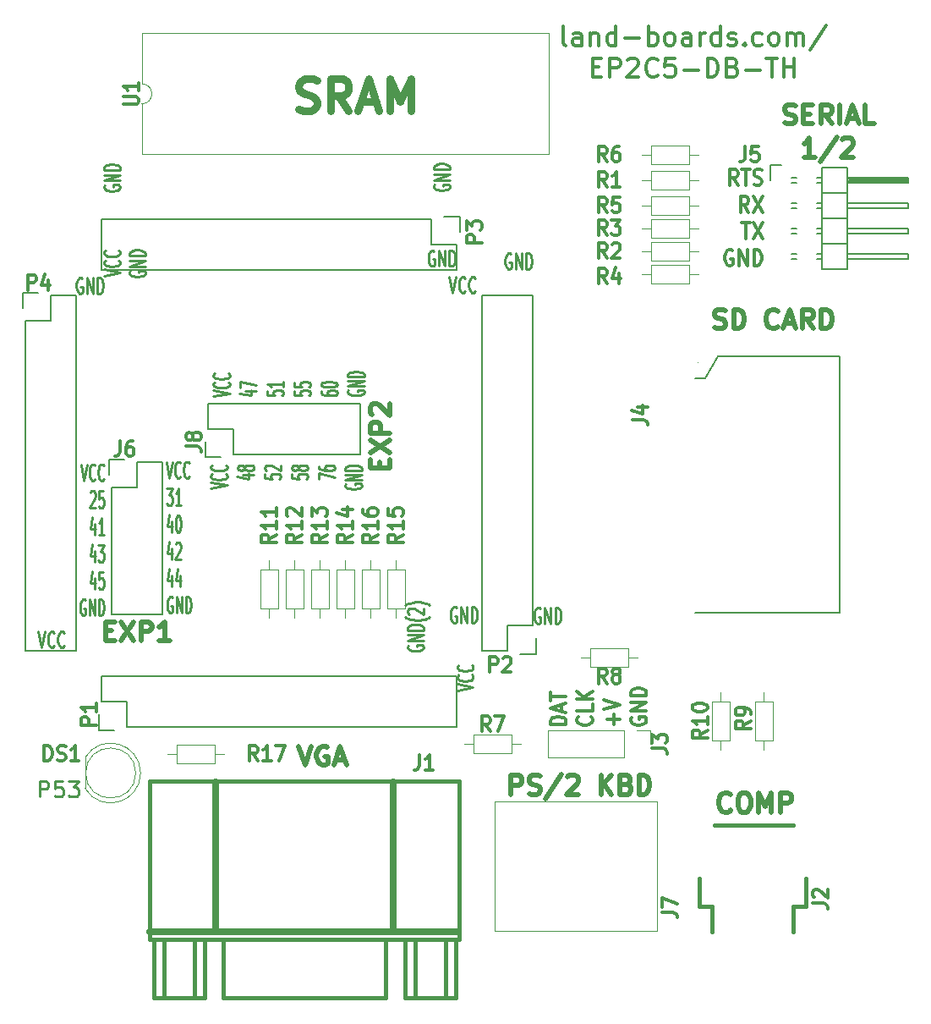
<source format=gbr>
G04 #@! TF.GenerationSoftware,KiCad,Pcbnew,(5.1.5)-3*
G04 #@! TF.CreationDate,2020-03-06T15:44:24-05:00*
G04 #@! TF.ProjectId,EP2C5-DB-TH,45503243-352d-4444-922d-54482e6b6963,X2*
G04 #@! TF.SameCoordinates,Original*
G04 #@! TF.FileFunction,Legend,Top*
G04 #@! TF.FilePolarity,Positive*
%FSLAX46Y46*%
G04 Gerber Fmt 4.6, Leading zero omitted, Abs format (unit mm)*
G04 Created by KiCad (PCBNEW (5.1.5)-3) date 2020-03-06 15:44:24*
%MOMM*%
%LPD*%
G04 APERTURE LIST*
%ADD10C,0.222250*%
%ADD11C,0.250000*%
%ADD12C,0.476250*%
%ADD13C,0.300000*%
%ADD14C,0.793750*%
%ADD15C,0.317500*%
%ADD16C,0.120000*%
%ADD17C,0.381000*%
%ADD18C,0.150000*%
%ADD19C,0.650000*%
%ADD20C,0.010000*%
%ADD21C,0.349250*%
G04 APERTURE END LIST*
D10*
X30449005Y-51078870D02*
X32100005Y-50782537D01*
X30449005Y-50486204D01*
X31942767Y-49681870D02*
X32021386Y-49724204D01*
X32100005Y-49851204D01*
X32100005Y-49935870D01*
X32021386Y-50062870D01*
X31864148Y-50147537D01*
X31706910Y-50189870D01*
X31392434Y-50232204D01*
X31156577Y-50232204D01*
X30842101Y-50189870D01*
X30684863Y-50147537D01*
X30527625Y-50062870D01*
X30449005Y-49935870D01*
X30449005Y-49851204D01*
X30527625Y-49724204D01*
X30606244Y-49681870D01*
X31942767Y-48792870D02*
X32021386Y-48835204D01*
X32100005Y-48962204D01*
X32100005Y-49046870D01*
X32021386Y-49173870D01*
X31864148Y-49258537D01*
X31706910Y-49300870D01*
X31392434Y-49343204D01*
X31156577Y-49343204D01*
X30842101Y-49300870D01*
X30684863Y-49258537D01*
X30527625Y-49173870D01*
X30449005Y-49046870D01*
X30449005Y-48962204D01*
X30527625Y-48835204D01*
X30606244Y-48792870D01*
X33698089Y-50570870D02*
X34798755Y-50570870D01*
X33069136Y-50782537D02*
X34248422Y-50994204D01*
X34248422Y-50443870D01*
X33147755Y-50189870D02*
X33147755Y-49597204D01*
X34798755Y-49978204D01*
X35846505Y-50528537D02*
X35846505Y-50951870D01*
X36632696Y-50994204D01*
X36554077Y-50951870D01*
X36475458Y-50867204D01*
X36475458Y-50655537D01*
X36554077Y-50570870D01*
X36632696Y-50528537D01*
X36789934Y-50486204D01*
X37183029Y-50486204D01*
X37340267Y-50528537D01*
X37418886Y-50570870D01*
X37497505Y-50655537D01*
X37497505Y-50867204D01*
X37418886Y-50951870D01*
X37340267Y-50994204D01*
X37497505Y-49639537D02*
X37497505Y-50147537D01*
X37497505Y-49893537D02*
X35846505Y-49893537D01*
X36082363Y-49978204D01*
X36239601Y-50062870D01*
X36318220Y-50147537D01*
X38545255Y-50528537D02*
X38545255Y-50951870D01*
X39331446Y-50994204D01*
X39252827Y-50951870D01*
X39174208Y-50867204D01*
X39174208Y-50655537D01*
X39252827Y-50570870D01*
X39331446Y-50528537D01*
X39488684Y-50486204D01*
X39881779Y-50486204D01*
X40039017Y-50528537D01*
X40117636Y-50570870D01*
X40196255Y-50655537D01*
X40196255Y-50867204D01*
X40117636Y-50951870D01*
X40039017Y-50994204D01*
X38545255Y-49681870D02*
X38545255Y-50105204D01*
X39331446Y-50147537D01*
X39252827Y-50105204D01*
X39174208Y-50020537D01*
X39174208Y-49808870D01*
X39252827Y-49724204D01*
X39331446Y-49681870D01*
X39488684Y-49639537D01*
X39881779Y-49639537D01*
X40039017Y-49681870D01*
X40117636Y-49724204D01*
X40196255Y-49808870D01*
X40196255Y-50020537D01*
X40117636Y-50105204D01*
X40039017Y-50147537D01*
X41244005Y-50570870D02*
X41244005Y-50740204D01*
X41322625Y-50824870D01*
X41401244Y-50867204D01*
X41637101Y-50951870D01*
X41951577Y-50994204D01*
X42580529Y-50994204D01*
X42737767Y-50951870D01*
X42816386Y-50909537D01*
X42895005Y-50824870D01*
X42895005Y-50655537D01*
X42816386Y-50570870D01*
X42737767Y-50528537D01*
X42580529Y-50486204D01*
X42187434Y-50486204D01*
X42030196Y-50528537D01*
X41951577Y-50570870D01*
X41872958Y-50655537D01*
X41872958Y-50824870D01*
X41951577Y-50909537D01*
X42030196Y-50951870D01*
X42187434Y-50994204D01*
X41244005Y-49935870D02*
X41244005Y-49851204D01*
X41322625Y-49766537D01*
X41401244Y-49724204D01*
X41558482Y-49681870D01*
X41872958Y-49639537D01*
X42266053Y-49639537D01*
X42580529Y-49681870D01*
X42737767Y-49724204D01*
X42816386Y-49766537D01*
X42895005Y-49851204D01*
X42895005Y-49935870D01*
X42816386Y-50020537D01*
X42737767Y-50062870D01*
X42580529Y-50105204D01*
X42266053Y-50147537D01*
X41872958Y-50147537D01*
X41558482Y-50105204D01*
X41401244Y-50062870D01*
X41322625Y-50020537D01*
X41244005Y-49935870D01*
X44021375Y-50486204D02*
X43942755Y-50570870D01*
X43942755Y-50697870D01*
X44021375Y-50824870D01*
X44178613Y-50909537D01*
X44335851Y-50951870D01*
X44650327Y-50994204D01*
X44886184Y-50994204D01*
X45200660Y-50951870D01*
X45357898Y-50909537D01*
X45515136Y-50824870D01*
X45593755Y-50697870D01*
X45593755Y-50613204D01*
X45515136Y-50486204D01*
X45436517Y-50443870D01*
X44886184Y-50443870D01*
X44886184Y-50613204D01*
X45593755Y-50062870D02*
X43942755Y-50062870D01*
X45593755Y-49554870D01*
X43942755Y-49554870D01*
X45593755Y-49131537D02*
X43942755Y-49131537D01*
X43942755Y-48919870D01*
X44021375Y-48792870D01*
X44178613Y-48708204D01*
X44335851Y-48665870D01*
X44650327Y-48623537D01*
X44886184Y-48623537D01*
X45200660Y-48665870D01*
X45357898Y-48708204D01*
X45515136Y-48792870D01*
X45593755Y-48919870D01*
X45593755Y-49131537D01*
X30195005Y-60257795D02*
X31846005Y-59961462D01*
X30195005Y-59665129D01*
X31688767Y-58860795D02*
X31767386Y-58903129D01*
X31846005Y-59030129D01*
X31846005Y-59114795D01*
X31767386Y-59241795D01*
X31610148Y-59326462D01*
X31452910Y-59368795D01*
X31138434Y-59411129D01*
X30902577Y-59411129D01*
X30588101Y-59368795D01*
X30430863Y-59326462D01*
X30273625Y-59241795D01*
X30195005Y-59114795D01*
X30195005Y-59030129D01*
X30273625Y-58903129D01*
X30352244Y-58860795D01*
X31688767Y-57971795D02*
X31767386Y-58014129D01*
X31846005Y-58141129D01*
X31846005Y-58225795D01*
X31767386Y-58352795D01*
X31610148Y-58437462D01*
X31452910Y-58479795D01*
X31138434Y-58522129D01*
X30902577Y-58522129D01*
X30588101Y-58479795D01*
X30430863Y-58437462D01*
X30273625Y-58352795D01*
X30195005Y-58225795D01*
X30195005Y-58141129D01*
X30273625Y-58014129D01*
X30352244Y-57971795D01*
X33444089Y-58903129D02*
X34544755Y-58903129D01*
X32815136Y-59114795D02*
X33994422Y-59326462D01*
X33994422Y-58776129D01*
X33601327Y-58310462D02*
X33522708Y-58395129D01*
X33444089Y-58437462D01*
X33286851Y-58479795D01*
X33208232Y-58479795D01*
X33050994Y-58437462D01*
X32972375Y-58395129D01*
X32893755Y-58310462D01*
X32893755Y-58141129D01*
X32972375Y-58056462D01*
X33050994Y-58014129D01*
X33208232Y-57971795D01*
X33286851Y-57971795D01*
X33444089Y-58014129D01*
X33522708Y-58056462D01*
X33601327Y-58141129D01*
X33601327Y-58310462D01*
X33679946Y-58395129D01*
X33758565Y-58437462D01*
X33915803Y-58479795D01*
X34230279Y-58479795D01*
X34387517Y-58437462D01*
X34466136Y-58395129D01*
X34544755Y-58310462D01*
X34544755Y-58141129D01*
X34466136Y-58056462D01*
X34387517Y-58014129D01*
X34230279Y-57971795D01*
X33915803Y-57971795D01*
X33758565Y-58014129D01*
X33679946Y-58056462D01*
X33601327Y-58141129D01*
X35592505Y-58860795D02*
X35592505Y-59284129D01*
X36378696Y-59326462D01*
X36300077Y-59284129D01*
X36221458Y-59199462D01*
X36221458Y-58987795D01*
X36300077Y-58903129D01*
X36378696Y-58860795D01*
X36535934Y-58818462D01*
X36929029Y-58818462D01*
X37086267Y-58860795D01*
X37164886Y-58903129D01*
X37243505Y-58987795D01*
X37243505Y-59199462D01*
X37164886Y-59284129D01*
X37086267Y-59326462D01*
X35749744Y-58479795D02*
X35671125Y-58437462D01*
X35592505Y-58352795D01*
X35592505Y-58141129D01*
X35671125Y-58056462D01*
X35749744Y-58014129D01*
X35906982Y-57971795D01*
X36064220Y-57971795D01*
X36300077Y-58014129D01*
X37243505Y-58522129D01*
X37243505Y-57971795D01*
X38291255Y-58860795D02*
X38291255Y-59284129D01*
X39077446Y-59326462D01*
X38998827Y-59284129D01*
X38920208Y-59199462D01*
X38920208Y-58987795D01*
X38998827Y-58903129D01*
X39077446Y-58860795D01*
X39234684Y-58818462D01*
X39627779Y-58818462D01*
X39785017Y-58860795D01*
X39863636Y-58903129D01*
X39942255Y-58987795D01*
X39942255Y-59199462D01*
X39863636Y-59284129D01*
X39785017Y-59326462D01*
X38998827Y-58310462D02*
X38920208Y-58395129D01*
X38841589Y-58437462D01*
X38684351Y-58479795D01*
X38605732Y-58479795D01*
X38448494Y-58437462D01*
X38369875Y-58395129D01*
X38291255Y-58310462D01*
X38291255Y-58141129D01*
X38369875Y-58056462D01*
X38448494Y-58014129D01*
X38605732Y-57971795D01*
X38684351Y-57971795D01*
X38841589Y-58014129D01*
X38920208Y-58056462D01*
X38998827Y-58141129D01*
X38998827Y-58310462D01*
X39077446Y-58395129D01*
X39156065Y-58437462D01*
X39313303Y-58479795D01*
X39627779Y-58479795D01*
X39785017Y-58437462D01*
X39863636Y-58395129D01*
X39942255Y-58310462D01*
X39942255Y-58141129D01*
X39863636Y-58056462D01*
X39785017Y-58014129D01*
X39627779Y-57971795D01*
X39313303Y-57971795D01*
X39156065Y-58014129D01*
X39077446Y-58056462D01*
X38998827Y-58141129D01*
X40990005Y-59368795D02*
X40990005Y-58776129D01*
X42641005Y-59157129D01*
X40990005Y-58056462D02*
X40990005Y-58225795D01*
X41068625Y-58310462D01*
X41147244Y-58352795D01*
X41383101Y-58437462D01*
X41697577Y-58479795D01*
X42326529Y-58479795D01*
X42483767Y-58437462D01*
X42562386Y-58395129D01*
X42641005Y-58310462D01*
X42641005Y-58141129D01*
X42562386Y-58056462D01*
X42483767Y-58014129D01*
X42326529Y-57971795D01*
X41933434Y-57971795D01*
X41776196Y-58014129D01*
X41697577Y-58056462D01*
X41618958Y-58141129D01*
X41618958Y-58310462D01*
X41697577Y-58395129D01*
X41776196Y-58437462D01*
X41933434Y-58479795D01*
X43767375Y-59834462D02*
X43688755Y-59919129D01*
X43688755Y-60046129D01*
X43767375Y-60173129D01*
X43924613Y-60257795D01*
X44081851Y-60300129D01*
X44396327Y-60342462D01*
X44632184Y-60342462D01*
X44946660Y-60300129D01*
X45103898Y-60257795D01*
X45261136Y-60173129D01*
X45339755Y-60046129D01*
X45339755Y-59961462D01*
X45261136Y-59834462D01*
X45182517Y-59792129D01*
X44632184Y-59792129D01*
X44632184Y-59961462D01*
X45339755Y-59411129D02*
X43688755Y-59411129D01*
X45339755Y-58903129D01*
X43688755Y-58903129D01*
X45339755Y-58479795D02*
X43688755Y-58479795D01*
X43688755Y-58268129D01*
X43767375Y-58141129D01*
X43924613Y-58056462D01*
X44081851Y-58014129D01*
X44396327Y-57971795D01*
X44632184Y-57971795D01*
X44946660Y-58014129D01*
X45103898Y-58056462D01*
X45261136Y-58141129D01*
X45339755Y-58268129D01*
X45339755Y-58479795D01*
X17212204Y-57881005D02*
X17508537Y-59532005D01*
X17804870Y-57881005D01*
X18609204Y-59374767D02*
X18566870Y-59453386D01*
X18439870Y-59532005D01*
X18355204Y-59532005D01*
X18228204Y-59453386D01*
X18143537Y-59296148D01*
X18101204Y-59138910D01*
X18058870Y-58824434D01*
X18058870Y-58588577D01*
X18101204Y-58274101D01*
X18143537Y-58116863D01*
X18228204Y-57959625D01*
X18355204Y-57881005D01*
X18439870Y-57881005D01*
X18566870Y-57959625D01*
X18609204Y-58038244D01*
X19498204Y-59374767D02*
X19455870Y-59453386D01*
X19328870Y-59532005D01*
X19244204Y-59532005D01*
X19117204Y-59453386D01*
X19032537Y-59296148D01*
X18990204Y-59138910D01*
X18947870Y-58824434D01*
X18947870Y-58588577D01*
X18990204Y-58274101D01*
X19032537Y-58116863D01*
X19117204Y-57959625D01*
X19244204Y-57881005D01*
X19328870Y-57881005D01*
X19455870Y-57959625D01*
X19498204Y-58038244D01*
X18143537Y-60736994D02*
X18185870Y-60658375D01*
X18270537Y-60579755D01*
X18482204Y-60579755D01*
X18566870Y-60658375D01*
X18609204Y-60736994D01*
X18651537Y-60894232D01*
X18651537Y-61051470D01*
X18609204Y-61287327D01*
X18101204Y-62230755D01*
X18651537Y-62230755D01*
X19455870Y-60579755D02*
X19032537Y-60579755D01*
X18990204Y-61365946D01*
X19032537Y-61287327D01*
X19117204Y-61208708D01*
X19328870Y-61208708D01*
X19413537Y-61287327D01*
X19455870Y-61365946D01*
X19498204Y-61523184D01*
X19498204Y-61916279D01*
X19455870Y-62073517D01*
X19413537Y-62152136D01*
X19328870Y-62230755D01*
X19117204Y-62230755D01*
X19032537Y-62152136D01*
X18990204Y-62073517D01*
X18566870Y-63828839D02*
X18566870Y-64929505D01*
X18355204Y-63199886D02*
X18143537Y-64379172D01*
X18693870Y-64379172D01*
X19498204Y-64929505D02*
X18990204Y-64929505D01*
X19244204Y-64929505D02*
X19244204Y-63278505D01*
X19159537Y-63514363D01*
X19074870Y-63671601D01*
X18990204Y-63750220D01*
X18566870Y-66527589D02*
X18566870Y-67628255D01*
X18355204Y-65898636D02*
X18143537Y-67077922D01*
X18693870Y-67077922D01*
X18947870Y-65977255D02*
X19498204Y-65977255D01*
X19201870Y-66606208D01*
X19328870Y-66606208D01*
X19413537Y-66684827D01*
X19455870Y-66763446D01*
X19498204Y-66920684D01*
X19498204Y-67313779D01*
X19455870Y-67471017D01*
X19413537Y-67549636D01*
X19328870Y-67628255D01*
X19074870Y-67628255D01*
X18990204Y-67549636D01*
X18947870Y-67471017D01*
X18566870Y-69226339D02*
X18566870Y-70327005D01*
X18355204Y-68597386D02*
X18143537Y-69776672D01*
X18693870Y-69776672D01*
X19455870Y-68676005D02*
X19032537Y-68676005D01*
X18990204Y-69462196D01*
X19032537Y-69383577D01*
X19117204Y-69304958D01*
X19328870Y-69304958D01*
X19413537Y-69383577D01*
X19455870Y-69462196D01*
X19498204Y-69619434D01*
X19498204Y-70012529D01*
X19455870Y-70169767D01*
X19413537Y-70248386D01*
X19328870Y-70327005D01*
X19117204Y-70327005D01*
X19032537Y-70248386D01*
X18990204Y-70169767D01*
X17635537Y-71453375D02*
X17550870Y-71374755D01*
X17423870Y-71374755D01*
X17296870Y-71453375D01*
X17212204Y-71610613D01*
X17169870Y-71767851D01*
X17127537Y-72082327D01*
X17127537Y-72318184D01*
X17169870Y-72632660D01*
X17212204Y-72789898D01*
X17296870Y-72947136D01*
X17423870Y-73025755D01*
X17508537Y-73025755D01*
X17635537Y-72947136D01*
X17677870Y-72868517D01*
X17677870Y-72318184D01*
X17508537Y-72318184D01*
X18058870Y-73025755D02*
X18058870Y-71374755D01*
X18566870Y-73025755D01*
X18566870Y-71374755D01*
X18990204Y-73025755D02*
X18990204Y-71374755D01*
X19201870Y-71374755D01*
X19328870Y-71453375D01*
X19413537Y-71610613D01*
X19455870Y-71767851D01*
X19498204Y-72082327D01*
X19498204Y-72318184D01*
X19455870Y-72632660D01*
X19413537Y-72789898D01*
X19328870Y-72947136D01*
X19201870Y-73025755D01*
X18990204Y-73025755D01*
D11*
X12954166Y-74632154D02*
X13287500Y-76219654D01*
X13620833Y-74632154D01*
X14525595Y-76068464D02*
X14477976Y-76144059D01*
X14335119Y-76219654D01*
X14239880Y-76219654D01*
X14097023Y-76144059D01*
X14001785Y-75992869D01*
X13954166Y-75841678D01*
X13906547Y-75539297D01*
X13906547Y-75312511D01*
X13954166Y-75010130D01*
X14001785Y-74858940D01*
X14097023Y-74707750D01*
X14239880Y-74632154D01*
X14335119Y-74632154D01*
X14477976Y-74707750D01*
X14525595Y-74783345D01*
X15525595Y-76068464D02*
X15477976Y-76144059D01*
X15335119Y-76219654D01*
X15239880Y-76219654D01*
X15097023Y-76144059D01*
X15001785Y-75992869D01*
X14954166Y-75841678D01*
X14906547Y-75539297D01*
X14906547Y-75312511D01*
X14954166Y-75010130D01*
X15001785Y-74858940D01*
X15097023Y-74707750D01*
X15239880Y-74632154D01*
X15335119Y-74632154D01*
X15477976Y-74707750D01*
X15525595Y-74783345D01*
X17335595Y-39274750D02*
X17240357Y-39199154D01*
X17097500Y-39199154D01*
X16954642Y-39274750D01*
X16859404Y-39425940D01*
X16811785Y-39577130D01*
X16764166Y-39879511D01*
X16764166Y-40106297D01*
X16811785Y-40408678D01*
X16859404Y-40559869D01*
X16954642Y-40711059D01*
X17097500Y-40786654D01*
X17192738Y-40786654D01*
X17335595Y-40711059D01*
X17383214Y-40635464D01*
X17383214Y-40106297D01*
X17192738Y-40106297D01*
X17811785Y-40786654D02*
X17811785Y-39199154D01*
X18383214Y-40786654D01*
X18383214Y-39199154D01*
X18859404Y-40786654D02*
X18859404Y-39199154D01*
X19097500Y-39199154D01*
X19240357Y-39274750D01*
X19335595Y-39425940D01*
X19383214Y-39577130D01*
X19430833Y-39879511D01*
X19430833Y-40106297D01*
X19383214Y-40408678D01*
X19335595Y-40559869D01*
X19240357Y-40711059D01*
X19097500Y-40786654D01*
X18859404Y-40786654D01*
X19514154Y-39052333D02*
X21101654Y-38719000D01*
X19514154Y-38385666D01*
X20950464Y-37480904D02*
X21026059Y-37528523D01*
X21101654Y-37671380D01*
X21101654Y-37766619D01*
X21026059Y-37909476D01*
X20874869Y-38004714D01*
X20723678Y-38052333D01*
X20421297Y-38099952D01*
X20194511Y-38099952D01*
X19892130Y-38052333D01*
X19740940Y-38004714D01*
X19589750Y-37909476D01*
X19514154Y-37766619D01*
X19514154Y-37671380D01*
X19589750Y-37528523D01*
X19665345Y-37480904D01*
X20950464Y-36480904D02*
X21026059Y-36528523D01*
X21101654Y-36671380D01*
X21101654Y-36766619D01*
X21026059Y-36909476D01*
X20874869Y-37004714D01*
X20723678Y-37052333D01*
X20421297Y-37099952D01*
X20194511Y-37099952D01*
X19892130Y-37052333D01*
X19740940Y-37004714D01*
X19589750Y-36909476D01*
X19514154Y-36766619D01*
X19514154Y-36671380D01*
X19589750Y-36528523D01*
X19665345Y-36480904D01*
X19589750Y-29971904D02*
X19514154Y-30067142D01*
X19514154Y-30210000D01*
X19589750Y-30352857D01*
X19740940Y-30448095D01*
X19892130Y-30495714D01*
X20194511Y-30543333D01*
X20421297Y-30543333D01*
X20723678Y-30495714D01*
X20874869Y-30448095D01*
X21026059Y-30352857D01*
X21101654Y-30210000D01*
X21101654Y-30114761D01*
X21026059Y-29971904D01*
X20950464Y-29924285D01*
X20421297Y-29924285D01*
X20421297Y-30114761D01*
X21101654Y-29495714D02*
X19514154Y-29495714D01*
X21101654Y-28924285D01*
X19514154Y-28924285D01*
X21101654Y-28448095D02*
X19514154Y-28448095D01*
X19514154Y-28210000D01*
X19589750Y-28067142D01*
X19740940Y-27971904D01*
X19892130Y-27924285D01*
X20194511Y-27876666D01*
X20421297Y-27876666D01*
X20723678Y-27924285D01*
X20874869Y-27971904D01*
X21026059Y-28067142D01*
X21101654Y-28210000D01*
X21101654Y-28448095D01*
X22129750Y-38544404D02*
X22054154Y-38639642D01*
X22054154Y-38782500D01*
X22129750Y-38925357D01*
X22280940Y-39020595D01*
X22432130Y-39068214D01*
X22734511Y-39115833D01*
X22961297Y-39115833D01*
X23263678Y-39068214D01*
X23414869Y-39020595D01*
X23566059Y-38925357D01*
X23641654Y-38782500D01*
X23641654Y-38687261D01*
X23566059Y-38544404D01*
X23490464Y-38496785D01*
X22961297Y-38496785D01*
X22961297Y-38687261D01*
X23641654Y-38068214D02*
X22054154Y-38068214D01*
X23641654Y-37496785D01*
X22054154Y-37496785D01*
X23641654Y-37020595D02*
X22054154Y-37020595D01*
X22054154Y-36782500D01*
X22129750Y-36639642D01*
X22280940Y-36544404D01*
X22432130Y-36496785D01*
X22734511Y-36449166D01*
X22961297Y-36449166D01*
X23263678Y-36496785D01*
X23414869Y-36544404D01*
X23566059Y-36639642D01*
X23641654Y-36782500D01*
X23641654Y-37020595D01*
X52578095Y-36544250D02*
X52482857Y-36468654D01*
X52340000Y-36468654D01*
X52197142Y-36544250D01*
X52101904Y-36695440D01*
X52054285Y-36846630D01*
X52006666Y-37149011D01*
X52006666Y-37375797D01*
X52054285Y-37678178D01*
X52101904Y-37829369D01*
X52197142Y-37980559D01*
X52340000Y-38056154D01*
X52435238Y-38056154D01*
X52578095Y-37980559D01*
X52625714Y-37904964D01*
X52625714Y-37375797D01*
X52435238Y-37375797D01*
X53054285Y-38056154D02*
X53054285Y-36468654D01*
X53625714Y-38056154D01*
X53625714Y-36468654D01*
X54101904Y-38056154D02*
X54101904Y-36468654D01*
X54340000Y-36468654D01*
X54482857Y-36544250D01*
X54578095Y-36695440D01*
X54625714Y-36846630D01*
X54673333Y-37149011D01*
X54673333Y-37375797D01*
X54625714Y-37678178D01*
X54578095Y-37829369D01*
X54482857Y-37980559D01*
X54340000Y-38056154D01*
X54101904Y-38056154D01*
X52609750Y-29908404D02*
X52534154Y-30003642D01*
X52534154Y-30146500D01*
X52609750Y-30289357D01*
X52760940Y-30384595D01*
X52912130Y-30432214D01*
X53214511Y-30479833D01*
X53441297Y-30479833D01*
X53743678Y-30432214D01*
X53894869Y-30384595D01*
X54046059Y-30289357D01*
X54121654Y-30146500D01*
X54121654Y-30051261D01*
X54046059Y-29908404D01*
X53970464Y-29860785D01*
X53441297Y-29860785D01*
X53441297Y-30051261D01*
X54121654Y-29432214D02*
X52534154Y-29432214D01*
X54121654Y-28860785D01*
X52534154Y-28860785D01*
X54121654Y-28384595D02*
X52534154Y-28384595D01*
X52534154Y-28146500D01*
X52609750Y-28003642D01*
X52760940Y-27908404D01*
X52912130Y-27860785D01*
X53214511Y-27813166D01*
X53441297Y-27813166D01*
X53743678Y-27860785D01*
X53894869Y-27908404D01*
X54046059Y-28003642D01*
X54121654Y-28146500D01*
X54121654Y-28384595D01*
X60261595Y-36861750D02*
X60166357Y-36786154D01*
X60023500Y-36786154D01*
X59880642Y-36861750D01*
X59785404Y-37012940D01*
X59737785Y-37164130D01*
X59690166Y-37466511D01*
X59690166Y-37693297D01*
X59737785Y-37995678D01*
X59785404Y-38146869D01*
X59880642Y-38298059D01*
X60023500Y-38373654D01*
X60118738Y-38373654D01*
X60261595Y-38298059D01*
X60309214Y-38222464D01*
X60309214Y-37693297D01*
X60118738Y-37693297D01*
X60737785Y-38373654D02*
X60737785Y-36786154D01*
X61309214Y-38373654D01*
X61309214Y-36786154D01*
X61785404Y-38373654D02*
X61785404Y-36786154D01*
X62023500Y-36786154D01*
X62166357Y-36861750D01*
X62261595Y-37012940D01*
X62309214Y-37164130D01*
X62356833Y-37466511D01*
X62356833Y-37693297D01*
X62309214Y-37995678D01*
X62261595Y-38146869D01*
X62166357Y-38298059D01*
X62023500Y-38373654D01*
X61785404Y-38373654D01*
X54102166Y-39135654D02*
X54435500Y-40723154D01*
X54768833Y-39135654D01*
X55673595Y-40571964D02*
X55625976Y-40647559D01*
X55483119Y-40723154D01*
X55387880Y-40723154D01*
X55245023Y-40647559D01*
X55149785Y-40496369D01*
X55102166Y-40345178D01*
X55054547Y-40042797D01*
X55054547Y-39816011D01*
X55102166Y-39513630D01*
X55149785Y-39362440D01*
X55245023Y-39211250D01*
X55387880Y-39135654D01*
X55483119Y-39135654D01*
X55625976Y-39211250D01*
X55673595Y-39286845D01*
X56673595Y-40571964D02*
X56625976Y-40647559D01*
X56483119Y-40723154D01*
X56387880Y-40723154D01*
X56245023Y-40647559D01*
X56149785Y-40496369D01*
X56102166Y-40345178D01*
X56054547Y-40042797D01*
X56054547Y-39816011D01*
X56102166Y-39513630D01*
X56149785Y-39362440D01*
X56245023Y-39211250D01*
X56387880Y-39135654D01*
X56483119Y-39135654D01*
X56625976Y-39211250D01*
X56673595Y-39286845D01*
X63182595Y-72294750D02*
X63087357Y-72219154D01*
X62944500Y-72219154D01*
X62801642Y-72294750D01*
X62706404Y-72445940D01*
X62658785Y-72597130D01*
X62611166Y-72899511D01*
X62611166Y-73126297D01*
X62658785Y-73428678D01*
X62706404Y-73579869D01*
X62801642Y-73731059D01*
X62944500Y-73806654D01*
X63039738Y-73806654D01*
X63182595Y-73731059D01*
X63230214Y-73655464D01*
X63230214Y-73126297D01*
X63039738Y-73126297D01*
X63658785Y-73806654D02*
X63658785Y-72219154D01*
X64230214Y-73806654D01*
X64230214Y-72219154D01*
X64706404Y-73806654D02*
X64706404Y-72219154D01*
X64944500Y-72219154D01*
X65087357Y-72294750D01*
X65182595Y-72445940D01*
X65230214Y-72597130D01*
X65277833Y-72899511D01*
X65277833Y-73126297D01*
X65230214Y-73428678D01*
X65182595Y-73579869D01*
X65087357Y-73731059D01*
X64944500Y-73806654D01*
X64706404Y-73806654D01*
X54800595Y-72231250D02*
X54705357Y-72155654D01*
X54562500Y-72155654D01*
X54419642Y-72231250D01*
X54324404Y-72382440D01*
X54276785Y-72533630D01*
X54229166Y-72836011D01*
X54229166Y-73062797D01*
X54276785Y-73365178D01*
X54324404Y-73516369D01*
X54419642Y-73667559D01*
X54562500Y-73743154D01*
X54657738Y-73743154D01*
X54800595Y-73667559D01*
X54848214Y-73591964D01*
X54848214Y-73062797D01*
X54657738Y-73062797D01*
X55276785Y-73743154D02*
X55276785Y-72155654D01*
X55848214Y-73743154D01*
X55848214Y-72155654D01*
X56324404Y-73743154D02*
X56324404Y-72155654D01*
X56562500Y-72155654D01*
X56705357Y-72231250D01*
X56800595Y-72382440D01*
X56848214Y-72533630D01*
X56895833Y-72836011D01*
X56895833Y-73062797D01*
X56848214Y-73365178D01*
X56800595Y-73516369D01*
X56705357Y-73667559D01*
X56562500Y-73743154D01*
X56324404Y-73743154D01*
X54883654Y-80517833D02*
X56471154Y-80184500D01*
X54883654Y-79851166D01*
X56319964Y-78946404D02*
X56395559Y-78994023D01*
X56471154Y-79136880D01*
X56471154Y-79232119D01*
X56395559Y-79374976D01*
X56244369Y-79470214D01*
X56093178Y-79517833D01*
X55790797Y-79565452D01*
X55564011Y-79565452D01*
X55261630Y-79517833D01*
X55110440Y-79470214D01*
X54959250Y-79374976D01*
X54883654Y-79232119D01*
X54883654Y-79136880D01*
X54959250Y-78994023D01*
X55034845Y-78946404D01*
X56319964Y-77946404D02*
X56395559Y-77994023D01*
X56471154Y-78136880D01*
X56471154Y-78232119D01*
X56395559Y-78374976D01*
X56244369Y-78470214D01*
X56093178Y-78517833D01*
X55790797Y-78565452D01*
X55564011Y-78565452D01*
X55261630Y-78517833D01*
X55110440Y-78470214D01*
X54959250Y-78374976D01*
X54883654Y-78232119D01*
X54883654Y-78136880D01*
X54959250Y-77994023D01*
X55034845Y-77946404D01*
X50006250Y-76009261D02*
X49930654Y-76104500D01*
X49930654Y-76247357D01*
X50006250Y-76390214D01*
X50157440Y-76485452D01*
X50308630Y-76533071D01*
X50611011Y-76580690D01*
X50837797Y-76580690D01*
X51140178Y-76533071D01*
X51291369Y-76485452D01*
X51442559Y-76390214D01*
X51518154Y-76247357D01*
X51518154Y-76152119D01*
X51442559Y-76009261D01*
X51366964Y-75961642D01*
X50837797Y-75961642D01*
X50837797Y-76152119D01*
X51518154Y-75533071D02*
X49930654Y-75533071D01*
X51518154Y-74961642D01*
X49930654Y-74961642D01*
X51518154Y-74485452D02*
X49930654Y-74485452D01*
X49930654Y-74247357D01*
X50006250Y-74104500D01*
X50157440Y-74009261D01*
X50308630Y-73961642D01*
X50611011Y-73914023D01*
X50837797Y-73914023D01*
X51140178Y-73961642D01*
X51291369Y-74009261D01*
X51442559Y-74104500D01*
X51518154Y-74247357D01*
X51518154Y-74485452D01*
X52122916Y-73199738D02*
X52047321Y-73247357D01*
X51820535Y-73342595D01*
X51669345Y-73390214D01*
X51442559Y-73437833D01*
X51064583Y-73485452D01*
X50762202Y-73485452D01*
X50384226Y-73437833D01*
X50157440Y-73390214D01*
X50006250Y-73342595D01*
X49779464Y-73247357D01*
X49703869Y-73199738D01*
X50081845Y-72866404D02*
X50006250Y-72818785D01*
X49930654Y-72723547D01*
X49930654Y-72485452D01*
X50006250Y-72390214D01*
X50081845Y-72342595D01*
X50233035Y-72294976D01*
X50384226Y-72294976D01*
X50611011Y-72342595D01*
X51518154Y-72914023D01*
X51518154Y-72294976D01*
X52122916Y-71961642D02*
X52047321Y-71914023D01*
X51820535Y-71818785D01*
X51669345Y-71771166D01*
X51442559Y-71723547D01*
X51064583Y-71675928D01*
X50762202Y-71675928D01*
X50384226Y-71723547D01*
X50157440Y-71771166D01*
X50006250Y-71818785D01*
X49779464Y-71914023D01*
X49703869Y-71961642D01*
X13058321Y-91142154D02*
X13058321Y-89554654D01*
X13663083Y-89554654D01*
X13814273Y-89630250D01*
X13889869Y-89705845D01*
X13965464Y-89857035D01*
X13965464Y-90083821D01*
X13889869Y-90235011D01*
X13814273Y-90310607D01*
X13663083Y-90386202D01*
X13058321Y-90386202D01*
X15401773Y-89554654D02*
X14645821Y-89554654D01*
X14570226Y-90310607D01*
X14645821Y-90235011D01*
X14797011Y-90159416D01*
X15174988Y-90159416D01*
X15326178Y-90235011D01*
X15401773Y-90310607D01*
X15477369Y-90461797D01*
X15477369Y-90839773D01*
X15401773Y-90990964D01*
X15326178Y-91066559D01*
X15174988Y-91142154D01*
X14797011Y-91142154D01*
X14645821Y-91066559D01*
X14570226Y-90990964D01*
X16006535Y-89554654D02*
X16989273Y-89554654D01*
X16460107Y-90159416D01*
X16686892Y-90159416D01*
X16838083Y-90235011D01*
X16913678Y-90310607D01*
X16989273Y-90461797D01*
X16989273Y-90839773D01*
X16913678Y-90990964D01*
X16838083Y-91066559D01*
X16686892Y-91142154D01*
X16233321Y-91142154D01*
X16082130Y-91066559D01*
X16006535Y-90990964D01*
D12*
X19685000Y-74539928D02*
X20320000Y-74539928D01*
X20592142Y-75537785D02*
X19685000Y-75537785D01*
X19685000Y-73632785D01*
X20592142Y-73632785D01*
X21227142Y-73632785D02*
X22497142Y-75537785D01*
X22497142Y-73632785D02*
X21227142Y-75537785D01*
X23222857Y-75537785D02*
X23222857Y-73632785D01*
X23948571Y-73632785D01*
X24130000Y-73723500D01*
X24220714Y-73814214D01*
X24311428Y-73995642D01*
X24311428Y-74267785D01*
X24220714Y-74449214D01*
X24130000Y-74539928D01*
X23948571Y-74630642D01*
X23222857Y-74630642D01*
X26125714Y-75537785D02*
X25037142Y-75537785D01*
X25581428Y-75537785D02*
X25581428Y-73632785D01*
X25400000Y-73904928D01*
X25218571Y-74086357D01*
X25037142Y-74177071D01*
D10*
X25756129Y-57627005D02*
X26052462Y-59278005D01*
X26348795Y-57627005D01*
X27153129Y-59120767D02*
X27110795Y-59199386D01*
X26983795Y-59278005D01*
X26899129Y-59278005D01*
X26772129Y-59199386D01*
X26687462Y-59042148D01*
X26645129Y-58884910D01*
X26602795Y-58570434D01*
X26602795Y-58334577D01*
X26645129Y-58020101D01*
X26687462Y-57862863D01*
X26772129Y-57705625D01*
X26899129Y-57627005D01*
X26983795Y-57627005D01*
X27110795Y-57705625D01*
X27153129Y-57784244D01*
X28042129Y-59120767D02*
X27999795Y-59199386D01*
X27872795Y-59278005D01*
X27788129Y-59278005D01*
X27661129Y-59199386D01*
X27576462Y-59042148D01*
X27534129Y-58884910D01*
X27491795Y-58570434D01*
X27491795Y-58334577D01*
X27534129Y-58020101D01*
X27576462Y-57862863D01*
X27661129Y-57705625D01*
X27788129Y-57627005D01*
X27872795Y-57627005D01*
X27999795Y-57705625D01*
X28042129Y-57784244D01*
X25798462Y-60325755D02*
X26348795Y-60325755D01*
X26052462Y-60954708D01*
X26179462Y-60954708D01*
X26264129Y-61033327D01*
X26306462Y-61111946D01*
X26348795Y-61269184D01*
X26348795Y-61662279D01*
X26306462Y-61819517D01*
X26264129Y-61898136D01*
X26179462Y-61976755D01*
X25925462Y-61976755D01*
X25840795Y-61898136D01*
X25798462Y-61819517D01*
X27195462Y-61976755D02*
X26687462Y-61976755D01*
X26941462Y-61976755D02*
X26941462Y-60325755D01*
X26856795Y-60561613D01*
X26772129Y-60718851D01*
X26687462Y-60797470D01*
X26264129Y-63574839D02*
X26264129Y-64675505D01*
X26052462Y-62945886D02*
X25840795Y-64125172D01*
X26391129Y-64125172D01*
X26899129Y-63024505D02*
X26983795Y-63024505D01*
X27068462Y-63103125D01*
X27110795Y-63181744D01*
X27153129Y-63338982D01*
X27195462Y-63653458D01*
X27195462Y-64046553D01*
X27153129Y-64361029D01*
X27110795Y-64518267D01*
X27068462Y-64596886D01*
X26983795Y-64675505D01*
X26899129Y-64675505D01*
X26814462Y-64596886D01*
X26772129Y-64518267D01*
X26729795Y-64361029D01*
X26687462Y-64046553D01*
X26687462Y-63653458D01*
X26729795Y-63338982D01*
X26772129Y-63181744D01*
X26814462Y-63103125D01*
X26899129Y-63024505D01*
X26264129Y-66273589D02*
X26264129Y-67374255D01*
X26052462Y-65644636D02*
X25840795Y-66823922D01*
X26391129Y-66823922D01*
X26687462Y-65880494D02*
X26729795Y-65801875D01*
X26814462Y-65723255D01*
X27026129Y-65723255D01*
X27110795Y-65801875D01*
X27153129Y-65880494D01*
X27195462Y-66037732D01*
X27195462Y-66194970D01*
X27153129Y-66430827D01*
X26645129Y-67374255D01*
X27195462Y-67374255D01*
X26264129Y-68972339D02*
X26264129Y-70073005D01*
X26052462Y-68343386D02*
X25840795Y-69522672D01*
X26391129Y-69522672D01*
X27110795Y-68972339D02*
X27110795Y-70073005D01*
X26899129Y-68343386D02*
X26687462Y-69522672D01*
X27237795Y-69522672D01*
X26348795Y-71199375D02*
X26264129Y-71120755D01*
X26137129Y-71120755D01*
X26010129Y-71199375D01*
X25925462Y-71356613D01*
X25883129Y-71513851D01*
X25840795Y-71828327D01*
X25840795Y-72064184D01*
X25883129Y-72378660D01*
X25925462Y-72535898D01*
X26010129Y-72693136D01*
X26137129Y-72771755D01*
X26221795Y-72771755D01*
X26348795Y-72693136D01*
X26391129Y-72614517D01*
X26391129Y-72064184D01*
X26221795Y-72064184D01*
X26772129Y-72771755D02*
X26772129Y-71120755D01*
X27280129Y-72771755D01*
X27280129Y-71120755D01*
X27703462Y-72771755D02*
X27703462Y-71120755D01*
X27915129Y-71120755D01*
X28042129Y-71199375D01*
X28126795Y-71356613D01*
X28169129Y-71513851D01*
X28211462Y-71828327D01*
X28211462Y-72064184D01*
X28169129Y-72378660D01*
X28126795Y-72535898D01*
X28042129Y-72693136D01*
X27915129Y-72771755D01*
X27703462Y-72771755D01*
D12*
X80654071Y-44205071D02*
X80926214Y-44295785D01*
X81379785Y-44295785D01*
X81561214Y-44205071D01*
X81651928Y-44114357D01*
X81742642Y-43932928D01*
X81742642Y-43751500D01*
X81651928Y-43570071D01*
X81561214Y-43479357D01*
X81379785Y-43388642D01*
X81016928Y-43297928D01*
X80835500Y-43207214D01*
X80744785Y-43116500D01*
X80654071Y-42935071D01*
X80654071Y-42753642D01*
X80744785Y-42572214D01*
X80835500Y-42481500D01*
X81016928Y-42390785D01*
X81470500Y-42390785D01*
X81742642Y-42481500D01*
X82559071Y-44295785D02*
X82559071Y-42390785D01*
X83012642Y-42390785D01*
X83284785Y-42481500D01*
X83466214Y-42662928D01*
X83556928Y-42844357D01*
X83647642Y-43207214D01*
X83647642Y-43479357D01*
X83556928Y-43842214D01*
X83466214Y-44023642D01*
X83284785Y-44205071D01*
X83012642Y-44295785D01*
X82559071Y-44295785D01*
X87004071Y-44114357D02*
X86913357Y-44205071D01*
X86641214Y-44295785D01*
X86459785Y-44295785D01*
X86187642Y-44205071D01*
X86006214Y-44023642D01*
X85915500Y-43842214D01*
X85824785Y-43479357D01*
X85824785Y-43207214D01*
X85915500Y-42844357D01*
X86006214Y-42662928D01*
X86187642Y-42481500D01*
X86459785Y-42390785D01*
X86641214Y-42390785D01*
X86913357Y-42481500D01*
X87004071Y-42572214D01*
X87729785Y-43751500D02*
X88636928Y-43751500D01*
X87548357Y-44295785D02*
X88183357Y-42390785D01*
X88818357Y-44295785D01*
X90541928Y-44295785D02*
X89906928Y-43388642D01*
X89453357Y-44295785D02*
X89453357Y-42390785D01*
X90179071Y-42390785D01*
X90360500Y-42481500D01*
X90451214Y-42572214D01*
X90541928Y-42753642D01*
X90541928Y-43025785D01*
X90451214Y-43207214D01*
X90360500Y-43297928D01*
X90179071Y-43388642D01*
X89453357Y-43388642D01*
X91358357Y-44295785D02*
X91358357Y-42390785D01*
X91811928Y-42390785D01*
X92084071Y-42481500D01*
X92265500Y-42662928D01*
X92356214Y-42844357D01*
X92446928Y-43207214D01*
X92446928Y-43479357D01*
X92356214Y-43842214D01*
X92265500Y-44023642D01*
X92084071Y-44205071D01*
X91811928Y-44295785D01*
X91358357Y-44295785D01*
D13*
X82996047Y-29970279D02*
X82530380Y-29214327D01*
X82197761Y-29970279D02*
X82197761Y-28382779D01*
X82729952Y-28382779D01*
X82863000Y-28458375D01*
X82929523Y-28533970D01*
X82996047Y-28685160D01*
X82996047Y-28911946D01*
X82929523Y-29063136D01*
X82863000Y-29138732D01*
X82729952Y-29214327D01*
X82197761Y-29214327D01*
X83395190Y-28382779D02*
X84193476Y-28382779D01*
X83794333Y-29970279D02*
X83794333Y-28382779D01*
X84592619Y-29894684D02*
X84792190Y-29970279D01*
X85124809Y-29970279D01*
X85257857Y-29894684D01*
X85324380Y-29819089D01*
X85390904Y-29667898D01*
X85390904Y-29516708D01*
X85324380Y-29365517D01*
X85257857Y-29289922D01*
X85124809Y-29214327D01*
X84858714Y-29138732D01*
X84725666Y-29063136D01*
X84659142Y-28987541D01*
X84592619Y-28836351D01*
X84592619Y-28685160D01*
X84659142Y-28533970D01*
X84725666Y-28458375D01*
X84858714Y-28382779D01*
X85191333Y-28382779D01*
X85390904Y-28458375D01*
X84060428Y-32651529D02*
X83594761Y-31895577D01*
X83262142Y-32651529D02*
X83262142Y-31064029D01*
X83794333Y-31064029D01*
X83927380Y-31139625D01*
X83993904Y-31215220D01*
X84060428Y-31366410D01*
X84060428Y-31593196D01*
X83993904Y-31744386D01*
X83927380Y-31819982D01*
X83794333Y-31895577D01*
X83262142Y-31895577D01*
X84526095Y-31064029D02*
X85457428Y-32651529D01*
X85457428Y-31064029D02*
X84526095Y-32651529D01*
X83395190Y-33745279D02*
X84193476Y-33745279D01*
X83794333Y-35332779D02*
X83794333Y-33745279D01*
X84526095Y-33745279D02*
X85457428Y-35332779D01*
X85457428Y-33745279D02*
X84526095Y-35332779D01*
X82463857Y-36502125D02*
X82330809Y-36426529D01*
X82131238Y-36426529D01*
X81931666Y-36502125D01*
X81798619Y-36653315D01*
X81732095Y-36804505D01*
X81665571Y-37106886D01*
X81665571Y-37333672D01*
X81732095Y-37636053D01*
X81798619Y-37787244D01*
X81931666Y-37938434D01*
X82131238Y-38014029D01*
X82264285Y-38014029D01*
X82463857Y-37938434D01*
X82530380Y-37862839D01*
X82530380Y-37333672D01*
X82264285Y-37333672D01*
X83129095Y-38014029D02*
X83129095Y-36426529D01*
X83927380Y-38014029D01*
X83927380Y-36426529D01*
X84592619Y-38014029D02*
X84592619Y-36426529D01*
X84925238Y-36426529D01*
X85124809Y-36502125D01*
X85257857Y-36653315D01*
X85324380Y-36804505D01*
X85390904Y-37106886D01*
X85390904Y-37333672D01*
X85324380Y-37636053D01*
X85257857Y-37787244D01*
X85124809Y-37938434D01*
X84925238Y-38014029D01*
X84592619Y-38014029D01*
D12*
X47107928Y-58293000D02*
X47107928Y-57658000D01*
X48105785Y-57385857D02*
X48105785Y-58293000D01*
X46200785Y-58293000D01*
X46200785Y-57385857D01*
X46200785Y-56750857D02*
X48105785Y-55480857D01*
X46200785Y-55480857D02*
X48105785Y-56750857D01*
X48105785Y-54755142D02*
X46200785Y-54755142D01*
X46200785Y-54029428D01*
X46291500Y-53848000D01*
X46382214Y-53757285D01*
X46563642Y-53666571D01*
X46835785Y-53666571D01*
X47017214Y-53757285D01*
X47107928Y-53848000D01*
X47198642Y-54029428D01*
X47198642Y-54755142D01*
X46382214Y-52940857D02*
X46291500Y-52850142D01*
X46200785Y-52668714D01*
X46200785Y-52215142D01*
X46291500Y-52033714D01*
X46382214Y-51943000D01*
X46563642Y-51852285D01*
X46745071Y-51852285D01*
X47017214Y-51943000D01*
X48105785Y-53031571D01*
X48105785Y-51852285D01*
D13*
X65784279Y-83927380D02*
X64196779Y-83927380D01*
X64196779Y-83594761D01*
X64272375Y-83395190D01*
X64423565Y-83262142D01*
X64574755Y-83195619D01*
X64877136Y-83129095D01*
X65103922Y-83129095D01*
X65406303Y-83195619D01*
X65557494Y-83262142D01*
X65708684Y-83395190D01*
X65784279Y-83594761D01*
X65784279Y-83927380D01*
X65330708Y-82596904D02*
X65330708Y-81931666D01*
X65784279Y-82729952D02*
X64196779Y-82264285D01*
X65784279Y-81798619D01*
X64196779Y-81532523D02*
X64196779Y-80734238D01*
X65784279Y-81133380D02*
X64196779Y-81133380D01*
X68314339Y-83129095D02*
X68389934Y-83195619D01*
X68465529Y-83395190D01*
X68465529Y-83528238D01*
X68389934Y-83727809D01*
X68238744Y-83860857D01*
X68087553Y-83927380D01*
X67785172Y-83993904D01*
X67558386Y-83993904D01*
X67256005Y-83927380D01*
X67104815Y-83860857D01*
X66953625Y-83727809D01*
X66878029Y-83528238D01*
X66878029Y-83395190D01*
X66953625Y-83195619D01*
X67029220Y-83129095D01*
X68465529Y-81865142D02*
X68465529Y-82530380D01*
X66878029Y-82530380D01*
X68465529Y-81399476D02*
X66878029Y-81399476D01*
X68465529Y-80601190D02*
X67558386Y-81199904D01*
X66878029Y-80601190D02*
X67785172Y-81399476D01*
X70542017Y-83927380D02*
X70542017Y-82863000D01*
X71146779Y-83395190D02*
X69937255Y-83395190D01*
X69559279Y-82397333D02*
X71146779Y-81931666D01*
X69559279Y-81466000D01*
X72316125Y-83195619D02*
X72240529Y-83328666D01*
X72240529Y-83528238D01*
X72316125Y-83727809D01*
X72467315Y-83860857D01*
X72618505Y-83927380D01*
X72920886Y-83993904D01*
X73147672Y-83993904D01*
X73450053Y-83927380D01*
X73601244Y-83860857D01*
X73752434Y-83727809D01*
X73828029Y-83528238D01*
X73828029Y-83395190D01*
X73752434Y-83195619D01*
X73676839Y-83129095D01*
X73147672Y-83129095D01*
X73147672Y-83395190D01*
X73828029Y-82530380D02*
X72240529Y-82530380D01*
X73828029Y-81732095D01*
X72240529Y-81732095D01*
X73828029Y-81066857D02*
X72240529Y-81066857D01*
X72240529Y-80734238D01*
X72316125Y-80534666D01*
X72467315Y-80401619D01*
X72618505Y-80335095D01*
X72920886Y-80268571D01*
X73147672Y-80268571D01*
X73450053Y-80335095D01*
X73601244Y-80401619D01*
X73752434Y-80534666D01*
X73828029Y-80734238D01*
X73828029Y-81066857D01*
D12*
X82259714Y-92501357D02*
X82169000Y-92592071D01*
X81896857Y-92682785D01*
X81715428Y-92682785D01*
X81443285Y-92592071D01*
X81261857Y-92410642D01*
X81171142Y-92229214D01*
X81080428Y-91866357D01*
X81080428Y-91594214D01*
X81171142Y-91231357D01*
X81261857Y-91049928D01*
X81443285Y-90868500D01*
X81715428Y-90777785D01*
X81896857Y-90777785D01*
X82169000Y-90868500D01*
X82259714Y-90959214D01*
X83439000Y-90777785D02*
X83801857Y-90777785D01*
X83983285Y-90868500D01*
X84164714Y-91049928D01*
X84255428Y-91412785D01*
X84255428Y-92047785D01*
X84164714Y-92410642D01*
X83983285Y-92592071D01*
X83801857Y-92682785D01*
X83439000Y-92682785D01*
X83257571Y-92592071D01*
X83076142Y-92410642D01*
X82985428Y-92047785D01*
X82985428Y-91412785D01*
X83076142Y-91049928D01*
X83257571Y-90868500D01*
X83439000Y-90777785D01*
X85071857Y-92682785D02*
X85071857Y-90777785D01*
X85706857Y-92138500D01*
X86341857Y-90777785D01*
X86341857Y-92682785D01*
X87249000Y-92682785D02*
X87249000Y-90777785D01*
X87974714Y-90777785D01*
X88156142Y-90868500D01*
X88246857Y-90959214D01*
X88337571Y-91140642D01*
X88337571Y-91412785D01*
X88246857Y-91594214D01*
X88156142Y-91684928D01*
X87974714Y-91775642D01*
X87249000Y-91775642D01*
D14*
X39034357Y-22367119D02*
X39487928Y-22518309D01*
X40243880Y-22518309D01*
X40546261Y-22367119D01*
X40697452Y-22215928D01*
X40848642Y-21913547D01*
X40848642Y-21611166D01*
X40697452Y-21308785D01*
X40546261Y-21157595D01*
X40243880Y-21006404D01*
X39639119Y-20855214D01*
X39336738Y-20704023D01*
X39185547Y-20552833D01*
X39034357Y-20250452D01*
X39034357Y-19948071D01*
X39185547Y-19645690D01*
X39336738Y-19494500D01*
X39639119Y-19343309D01*
X40395071Y-19343309D01*
X40848642Y-19494500D01*
X44023642Y-22518309D02*
X42965309Y-21006404D01*
X42209357Y-22518309D02*
X42209357Y-19343309D01*
X43418880Y-19343309D01*
X43721261Y-19494500D01*
X43872452Y-19645690D01*
X44023642Y-19948071D01*
X44023642Y-20401642D01*
X43872452Y-20704023D01*
X43721261Y-20855214D01*
X43418880Y-21006404D01*
X42209357Y-21006404D01*
X45233166Y-21611166D02*
X46745071Y-21611166D01*
X44930785Y-22518309D02*
X45989119Y-19343309D01*
X47047452Y-22518309D01*
X48105785Y-22518309D02*
X48105785Y-19343309D01*
X49164119Y-21611166D01*
X50222452Y-19343309D01*
X50222452Y-22518309D01*
D12*
X60288714Y-90904785D02*
X60288714Y-88999785D01*
X61014428Y-88999785D01*
X61195857Y-89090500D01*
X61286571Y-89181214D01*
X61377285Y-89362642D01*
X61377285Y-89634785D01*
X61286571Y-89816214D01*
X61195857Y-89906928D01*
X61014428Y-89997642D01*
X60288714Y-89997642D01*
X62103000Y-90814071D02*
X62375142Y-90904785D01*
X62828714Y-90904785D01*
X63010142Y-90814071D01*
X63100857Y-90723357D01*
X63191571Y-90541928D01*
X63191571Y-90360500D01*
X63100857Y-90179071D01*
X63010142Y-90088357D01*
X62828714Y-89997642D01*
X62465857Y-89906928D01*
X62284428Y-89816214D01*
X62193714Y-89725500D01*
X62103000Y-89544071D01*
X62103000Y-89362642D01*
X62193714Y-89181214D01*
X62284428Y-89090500D01*
X62465857Y-88999785D01*
X62919428Y-88999785D01*
X63191571Y-89090500D01*
X65368714Y-88909071D02*
X63735857Y-91358357D01*
X65913000Y-89181214D02*
X66003714Y-89090500D01*
X66185142Y-88999785D01*
X66638714Y-88999785D01*
X66820142Y-89090500D01*
X66910857Y-89181214D01*
X67001571Y-89362642D01*
X67001571Y-89544071D01*
X66910857Y-89816214D01*
X65822285Y-90904785D01*
X67001571Y-90904785D01*
X69269428Y-90904785D02*
X69269428Y-88999785D01*
X70358000Y-90904785D02*
X69541571Y-89816214D01*
X70358000Y-88999785D02*
X69269428Y-90088357D01*
X71809428Y-89906928D02*
X72081571Y-89997642D01*
X72172285Y-90088357D01*
X72263000Y-90269785D01*
X72263000Y-90541928D01*
X72172285Y-90723357D01*
X72081571Y-90814071D01*
X71900142Y-90904785D01*
X71174428Y-90904785D01*
X71174428Y-88999785D01*
X71809428Y-88999785D01*
X71990857Y-89090500D01*
X72081571Y-89181214D01*
X72172285Y-89362642D01*
X72172285Y-89544071D01*
X72081571Y-89725500D01*
X71990857Y-89816214D01*
X71809428Y-89906928D01*
X71174428Y-89906928D01*
X73079428Y-90904785D02*
X73079428Y-88999785D01*
X73533000Y-88999785D01*
X73805142Y-89090500D01*
X73986571Y-89271928D01*
X74077285Y-89453357D01*
X74168000Y-89816214D01*
X74168000Y-90088357D01*
X74077285Y-90451214D01*
X73986571Y-90632642D01*
X73805142Y-90814071D01*
X73533000Y-90904785D01*
X73079428Y-90904785D01*
X87675357Y-23742196D02*
X87947500Y-23832910D01*
X88401071Y-23832910D01*
X88582500Y-23742196D01*
X88673214Y-23651482D01*
X88763928Y-23470053D01*
X88763928Y-23288625D01*
X88673214Y-23107196D01*
X88582500Y-23016482D01*
X88401071Y-22925767D01*
X88038214Y-22835053D01*
X87856785Y-22744339D01*
X87766071Y-22653625D01*
X87675357Y-22472196D01*
X87675357Y-22290767D01*
X87766071Y-22109339D01*
X87856785Y-22018625D01*
X88038214Y-21927910D01*
X88491785Y-21927910D01*
X88763928Y-22018625D01*
X89580357Y-22835053D02*
X90215357Y-22835053D01*
X90487500Y-23832910D02*
X89580357Y-23832910D01*
X89580357Y-21927910D01*
X90487500Y-21927910D01*
X92392500Y-23832910D02*
X91757500Y-22925767D01*
X91303928Y-23832910D02*
X91303928Y-21927910D01*
X92029642Y-21927910D01*
X92211071Y-22018625D01*
X92301785Y-22109339D01*
X92392500Y-22290767D01*
X92392500Y-22562910D01*
X92301785Y-22744339D01*
X92211071Y-22835053D01*
X92029642Y-22925767D01*
X91303928Y-22925767D01*
X93208928Y-23832910D02*
X93208928Y-21927910D01*
X94025357Y-23288625D02*
X94932500Y-23288625D01*
X93843928Y-23832910D02*
X94478928Y-21927910D01*
X95113928Y-23832910D01*
X96656071Y-23832910D02*
X95748928Y-23832910D01*
X95748928Y-21927910D01*
X90714285Y-27166660D02*
X89625714Y-27166660D01*
X90170000Y-27166660D02*
X90170000Y-25261660D01*
X89988571Y-25533803D01*
X89807142Y-25715232D01*
X89625714Y-25805946D01*
X92891428Y-25170946D02*
X91258571Y-27620232D01*
X93435714Y-25443089D02*
X93526428Y-25352375D01*
X93707857Y-25261660D01*
X94161428Y-25261660D01*
X94342857Y-25352375D01*
X94433571Y-25443089D01*
X94524285Y-25624517D01*
X94524285Y-25805946D01*
X94433571Y-26078089D01*
X93345000Y-27166660D01*
X94524285Y-27166660D01*
D15*
X65791442Y-15974785D02*
X65610014Y-15884071D01*
X65519299Y-15702642D01*
X65519299Y-14069785D01*
X67333585Y-15974785D02*
X67333585Y-14976928D01*
X67242871Y-14795500D01*
X67061442Y-14704785D01*
X66698585Y-14704785D01*
X66517157Y-14795500D01*
X67333585Y-15884071D02*
X67152157Y-15974785D01*
X66698585Y-15974785D01*
X66517157Y-15884071D01*
X66426442Y-15702642D01*
X66426442Y-15521214D01*
X66517157Y-15339785D01*
X66698585Y-15249071D01*
X67152157Y-15249071D01*
X67333585Y-15158357D01*
X68240728Y-14704785D02*
X68240728Y-15974785D01*
X68240728Y-14886214D02*
X68331442Y-14795500D01*
X68512871Y-14704785D01*
X68785014Y-14704785D01*
X68966442Y-14795500D01*
X69057157Y-14976928D01*
X69057157Y-15974785D01*
X70780728Y-15974785D02*
X70780728Y-14069785D01*
X70780728Y-15884071D02*
X70599300Y-15974785D01*
X70236442Y-15974785D01*
X70055014Y-15884071D01*
X69964300Y-15793357D01*
X69873585Y-15611928D01*
X69873585Y-15067642D01*
X69964300Y-14886214D01*
X70055014Y-14795500D01*
X70236442Y-14704785D01*
X70599300Y-14704785D01*
X70780728Y-14795500D01*
X71687871Y-15249071D02*
X73139300Y-15249071D01*
X74046442Y-15974785D02*
X74046442Y-14069785D01*
X74046442Y-14795500D02*
X74227871Y-14704785D01*
X74590728Y-14704785D01*
X74772157Y-14795500D01*
X74862871Y-14886214D01*
X74953585Y-15067642D01*
X74953585Y-15611928D01*
X74862871Y-15793357D01*
X74772157Y-15884071D01*
X74590728Y-15974785D01*
X74227871Y-15974785D01*
X74046442Y-15884071D01*
X76042157Y-15974785D02*
X75860728Y-15884071D01*
X75770014Y-15793357D01*
X75679300Y-15611928D01*
X75679300Y-15067642D01*
X75770014Y-14886214D01*
X75860728Y-14795500D01*
X76042157Y-14704785D01*
X76314300Y-14704785D01*
X76495728Y-14795500D01*
X76586442Y-14886214D01*
X76677157Y-15067642D01*
X76677157Y-15611928D01*
X76586442Y-15793357D01*
X76495728Y-15884071D01*
X76314300Y-15974785D01*
X76042157Y-15974785D01*
X78310014Y-15974785D02*
X78310014Y-14976928D01*
X78219300Y-14795500D01*
X78037871Y-14704785D01*
X77675014Y-14704785D01*
X77493585Y-14795500D01*
X78310014Y-15884071D02*
X78128585Y-15974785D01*
X77675014Y-15974785D01*
X77493585Y-15884071D01*
X77402871Y-15702642D01*
X77402871Y-15521214D01*
X77493585Y-15339785D01*
X77675014Y-15249071D01*
X78128585Y-15249071D01*
X78310014Y-15158357D01*
X79217157Y-15974785D02*
X79217157Y-14704785D01*
X79217157Y-15067642D02*
X79307871Y-14886214D01*
X79398585Y-14795500D01*
X79580014Y-14704785D01*
X79761442Y-14704785D01*
X81212871Y-15974785D02*
X81212871Y-14069785D01*
X81212871Y-15884071D02*
X81031442Y-15974785D01*
X80668585Y-15974785D01*
X80487157Y-15884071D01*
X80396442Y-15793357D01*
X80305728Y-15611928D01*
X80305728Y-15067642D01*
X80396442Y-14886214D01*
X80487157Y-14795500D01*
X80668585Y-14704785D01*
X81031442Y-14704785D01*
X81212871Y-14795500D01*
X82029300Y-15884071D02*
X82210728Y-15974785D01*
X82573585Y-15974785D01*
X82755014Y-15884071D01*
X82845728Y-15702642D01*
X82845728Y-15611928D01*
X82755014Y-15430500D01*
X82573585Y-15339785D01*
X82301442Y-15339785D01*
X82120014Y-15249071D01*
X82029300Y-15067642D01*
X82029300Y-14976928D01*
X82120014Y-14795500D01*
X82301442Y-14704785D01*
X82573585Y-14704785D01*
X82755014Y-14795500D01*
X83662157Y-15793357D02*
X83752871Y-15884071D01*
X83662157Y-15974785D01*
X83571442Y-15884071D01*
X83662157Y-15793357D01*
X83662157Y-15974785D01*
X85385728Y-15884071D02*
X85204300Y-15974785D01*
X84841442Y-15974785D01*
X84660014Y-15884071D01*
X84569300Y-15793357D01*
X84478585Y-15611928D01*
X84478585Y-15067642D01*
X84569300Y-14886214D01*
X84660014Y-14795500D01*
X84841442Y-14704785D01*
X85204300Y-14704785D01*
X85385728Y-14795500D01*
X86474300Y-15974785D02*
X86292871Y-15884071D01*
X86202157Y-15793357D01*
X86111442Y-15611928D01*
X86111442Y-15067642D01*
X86202157Y-14886214D01*
X86292871Y-14795500D01*
X86474300Y-14704785D01*
X86746442Y-14704785D01*
X86927871Y-14795500D01*
X87018585Y-14886214D01*
X87109300Y-15067642D01*
X87109300Y-15611928D01*
X87018585Y-15793357D01*
X86927871Y-15884071D01*
X86746442Y-15974785D01*
X86474300Y-15974785D01*
X87925728Y-15974785D02*
X87925728Y-14704785D01*
X87925728Y-14886214D02*
X88016442Y-14795500D01*
X88197871Y-14704785D01*
X88470014Y-14704785D01*
X88651442Y-14795500D01*
X88742157Y-14976928D01*
X88742157Y-15974785D01*
X88742157Y-14976928D02*
X88832871Y-14795500D01*
X89014300Y-14704785D01*
X89286442Y-14704785D01*
X89467871Y-14795500D01*
X89558585Y-14976928D01*
X89558585Y-15974785D01*
X91826442Y-13979071D02*
X90193585Y-16428357D01*
X68422157Y-18151928D02*
X69057157Y-18151928D01*
X69329300Y-19149785D02*
X68422157Y-19149785D01*
X68422157Y-17244785D01*
X69329300Y-17244785D01*
X70145728Y-19149785D02*
X70145728Y-17244785D01*
X70871442Y-17244785D01*
X71052871Y-17335500D01*
X71143585Y-17426214D01*
X71234300Y-17607642D01*
X71234300Y-17879785D01*
X71143585Y-18061214D01*
X71052871Y-18151928D01*
X70871442Y-18242642D01*
X70145728Y-18242642D01*
X71960014Y-17426214D02*
X72050728Y-17335500D01*
X72232157Y-17244785D01*
X72685728Y-17244785D01*
X72867157Y-17335500D01*
X72957871Y-17426214D01*
X73048585Y-17607642D01*
X73048585Y-17789071D01*
X72957871Y-18061214D01*
X71869300Y-19149785D01*
X73048585Y-19149785D01*
X74953585Y-18968357D02*
X74862871Y-19059071D01*
X74590728Y-19149785D01*
X74409300Y-19149785D01*
X74137157Y-19059071D01*
X73955728Y-18877642D01*
X73865014Y-18696214D01*
X73774300Y-18333357D01*
X73774300Y-18061214D01*
X73865014Y-17698357D01*
X73955728Y-17516928D01*
X74137157Y-17335500D01*
X74409300Y-17244785D01*
X74590728Y-17244785D01*
X74862871Y-17335500D01*
X74953585Y-17426214D01*
X76677157Y-17244785D02*
X75770014Y-17244785D01*
X75679300Y-18151928D01*
X75770014Y-18061214D01*
X75951442Y-17970500D01*
X76405014Y-17970500D01*
X76586442Y-18061214D01*
X76677157Y-18151928D01*
X76767871Y-18333357D01*
X76767871Y-18786928D01*
X76677157Y-18968357D01*
X76586442Y-19059071D01*
X76405014Y-19149785D01*
X75951442Y-19149785D01*
X75770014Y-19059071D01*
X75679300Y-18968357D01*
X77584300Y-18424071D02*
X79035728Y-18424071D01*
X79942871Y-19149785D02*
X79942871Y-17244785D01*
X80396442Y-17244785D01*
X80668585Y-17335500D01*
X80850014Y-17516928D01*
X80940728Y-17698357D01*
X81031442Y-18061214D01*
X81031442Y-18333357D01*
X80940728Y-18696214D01*
X80850014Y-18877642D01*
X80668585Y-19059071D01*
X80396442Y-19149785D01*
X79942871Y-19149785D01*
X82482871Y-18151928D02*
X82755014Y-18242642D01*
X82845728Y-18333357D01*
X82936442Y-18514785D01*
X82936442Y-18786928D01*
X82845728Y-18968357D01*
X82755014Y-19059071D01*
X82573585Y-19149785D01*
X81847871Y-19149785D01*
X81847871Y-17244785D01*
X82482871Y-17244785D01*
X82664300Y-17335500D01*
X82755014Y-17426214D01*
X82845728Y-17607642D01*
X82845728Y-17789071D01*
X82755014Y-17970500D01*
X82664300Y-18061214D01*
X82482871Y-18151928D01*
X81847871Y-18151928D01*
X83752871Y-18424071D02*
X85204300Y-18424071D01*
X85839300Y-17244785D02*
X86927871Y-17244785D01*
X86383585Y-19149785D02*
X86383585Y-17244785D01*
X87562871Y-19149785D02*
X87562871Y-17244785D01*
X87562871Y-18151928D02*
X88651442Y-18151928D01*
X88651442Y-19149785D02*
X88651442Y-17244785D01*
D16*
X67234000Y-77216000D02*
X68184000Y-77216000D01*
X72974000Y-77216000D02*
X72024000Y-77216000D01*
X68184000Y-78136000D02*
X72024000Y-78136000D01*
X68184000Y-76296000D02*
X68184000Y-78136000D01*
X72024000Y-76296000D02*
X68184000Y-76296000D01*
X72024000Y-78136000D02*
X72024000Y-76296000D01*
X23183000Y-88773462D02*
G75*
G03X17633000Y-87228170I-2990000J462D01*
G01*
X23183000Y-88772538D02*
G75*
G02X17633000Y-90317830I-2990000J-462D01*
G01*
X22693000Y-88773000D02*
G75*
G03X22693000Y-88773000I-2500000J0D01*
G01*
X17633000Y-87228000D02*
X17633000Y-90318000D01*
X74872000Y-91612000D02*
X74872000Y-104612000D01*
X58672000Y-91612000D02*
X58672000Y-104612000D01*
X58672000Y-91612000D02*
X74872000Y-91612000D01*
X58672000Y-104612000D02*
X74872000Y-104612000D01*
D17*
X88265000Y-93980000D02*
X88519000Y-93980000D01*
X81915000Y-93980000D02*
X80645000Y-93980000D01*
X79121000Y-99314000D02*
X79121000Y-102108000D01*
X79121000Y-102108000D02*
X80391000Y-102108000D01*
X80391000Y-102108000D02*
X80391000Y-104648000D01*
X89789000Y-99314000D02*
X89789000Y-102108000D01*
X89789000Y-102108000D02*
X88519000Y-102108000D01*
X88519000Y-102108000D02*
X88519000Y-104648000D01*
X88265000Y-93980000D02*
X81915000Y-93980000D01*
D18*
X54864000Y-79121000D02*
X19304000Y-79121000D01*
X21844000Y-84201000D02*
X54864000Y-84201000D01*
X54864000Y-79121000D02*
X54864000Y-84201000D01*
X19304000Y-79121000D02*
X19304000Y-81661000D01*
X19024000Y-82931000D02*
X19024000Y-84481000D01*
X19304000Y-81661000D02*
X21844000Y-81661000D01*
X21844000Y-81661000D02*
X21844000Y-84201000D01*
X19024000Y-84481000D02*
X20574000Y-84481000D01*
X57404000Y-41021000D02*
X57404000Y-76581000D01*
X62484000Y-74041000D02*
X62484000Y-41021000D01*
X57404000Y-41021000D02*
X62484000Y-41021000D01*
X57404000Y-76581000D02*
X59944000Y-76581000D01*
X61214000Y-76861000D02*
X62764000Y-76861000D01*
X59944000Y-76581000D02*
X59944000Y-74041000D01*
X59944000Y-74041000D02*
X62484000Y-74041000D01*
X62764000Y-76861000D02*
X62764000Y-75311000D01*
X19304000Y-38481000D02*
X54864000Y-38481000D01*
X52324000Y-33401000D02*
X19304000Y-33401000D01*
X19304000Y-38481000D02*
X19304000Y-33401000D01*
X54864000Y-38481000D02*
X54864000Y-35941000D01*
X55144000Y-34671000D02*
X55144000Y-33121000D01*
X54864000Y-35941000D02*
X52324000Y-35941000D01*
X52324000Y-35941000D02*
X52324000Y-33401000D01*
X55144000Y-33121000D02*
X53594000Y-33121000D01*
X16764000Y-76581000D02*
X16764000Y-41021000D01*
X11684000Y-43561000D02*
X11684000Y-76581000D01*
X16764000Y-76581000D02*
X11684000Y-76581000D01*
X16764000Y-41021000D02*
X14224000Y-41021000D01*
X12954000Y-40741000D02*
X11404000Y-40741000D01*
X14224000Y-41021000D02*
X14224000Y-43561000D01*
X14224000Y-43561000D02*
X11684000Y-43561000D01*
X11404000Y-40741000D02*
X11404000Y-42291000D01*
X25400000Y-72898000D02*
X25400000Y-57658000D01*
X20320000Y-60198000D02*
X20320000Y-72898000D01*
X25400000Y-72898000D02*
X20320000Y-72898000D01*
X25400000Y-57658000D02*
X22860000Y-57658000D01*
X21590000Y-57378000D02*
X20040000Y-57378000D01*
X22860000Y-57658000D02*
X22860000Y-60198000D01*
X22860000Y-60198000D02*
X20320000Y-60198000D01*
X20040000Y-57378000D02*
X20040000Y-58928000D01*
X87376000Y-27914000D02*
X86226000Y-27914000D01*
X86226000Y-27914000D02*
X86226000Y-29464000D01*
X88900000Y-37338000D02*
X88392000Y-37338000D01*
X88900000Y-36830000D02*
X88392000Y-36830000D01*
X88900000Y-34798000D02*
X88392000Y-34798000D01*
X88900000Y-34290000D02*
X88392000Y-34290000D01*
X88900000Y-32258000D02*
X88392000Y-32258000D01*
X88900000Y-31750000D02*
X88392000Y-31750000D01*
X88900000Y-29718000D02*
X88392000Y-29718000D01*
X88900000Y-29210000D02*
X88392000Y-29210000D01*
X91440000Y-29210000D02*
X90932000Y-29210000D01*
X91440000Y-29718000D02*
X90932000Y-29718000D01*
X91440000Y-31750000D02*
X90932000Y-31750000D01*
X91440000Y-32258000D02*
X90932000Y-32258000D01*
X91440000Y-37338000D02*
X90932000Y-37338000D01*
X91440000Y-36830000D02*
X90932000Y-36830000D01*
X91440000Y-34798000D02*
X90932000Y-34798000D01*
X91440000Y-34290000D02*
X90932000Y-34290000D01*
X93980000Y-29337000D02*
X99949000Y-29337000D01*
X99949000Y-29337000D02*
X99949000Y-29591000D01*
X99949000Y-29591000D02*
X94107000Y-29591000D01*
X94107000Y-29591000D02*
X94107000Y-29464000D01*
X94107000Y-29464000D02*
X99949000Y-29464000D01*
X91440000Y-38354000D02*
X93980000Y-38354000D01*
X91440000Y-33274000D02*
X93980000Y-33274000D01*
X91440000Y-33274000D02*
X91440000Y-35814000D01*
X91440000Y-35814000D02*
X93980000Y-35814000D01*
X93980000Y-34290000D02*
X100076000Y-34290000D01*
X100076000Y-34290000D02*
X100076000Y-34798000D01*
X100076000Y-34798000D02*
X93980000Y-34798000D01*
X93980000Y-35814000D02*
X93980000Y-33274000D01*
X93980000Y-38354000D02*
X93980000Y-35814000D01*
X100076000Y-37338000D02*
X93980000Y-37338000D01*
X100076000Y-36830000D02*
X100076000Y-37338000D01*
X93980000Y-36830000D02*
X100076000Y-36830000D01*
X91440000Y-38354000D02*
X93980000Y-38354000D01*
X91440000Y-35814000D02*
X91440000Y-38354000D01*
X91440000Y-35814000D02*
X93980000Y-35814000D01*
X91440000Y-30734000D02*
X93980000Y-30734000D01*
X91440000Y-30734000D02*
X91440000Y-33274000D01*
X91440000Y-33274000D02*
X93980000Y-33274000D01*
X93980000Y-31750000D02*
X100076000Y-31750000D01*
X100076000Y-31750000D02*
X100076000Y-32258000D01*
X100076000Y-32258000D02*
X93980000Y-32258000D01*
X93980000Y-33274000D02*
X93980000Y-30734000D01*
X93980000Y-30734000D02*
X93980000Y-28194000D01*
X100076000Y-29718000D02*
X93980000Y-29718000D01*
X100076000Y-29210000D02*
X100076000Y-29718000D01*
X93980000Y-29210000D02*
X100076000Y-29210000D01*
X91440000Y-30734000D02*
X93980000Y-30734000D01*
X91440000Y-28194000D02*
X91440000Y-30734000D01*
X91440000Y-28194000D02*
X93980000Y-28194000D01*
X45212000Y-51816000D02*
X29972000Y-51816000D01*
X32512000Y-56896000D02*
X45212000Y-56896000D01*
X45212000Y-51816000D02*
X45212000Y-56896000D01*
X29972000Y-51816000D02*
X29972000Y-54356000D01*
X29692000Y-55626000D02*
X29692000Y-57176000D01*
X29972000Y-54356000D02*
X32512000Y-54356000D01*
X32512000Y-54356000D02*
X32512000Y-56896000D01*
X29692000Y-57176000D02*
X31242000Y-57176000D01*
D19*
X48514000Y-89662000D02*
X48514000Y-104648000D01*
X30734000Y-89662000D02*
X30734000Y-104394000D01*
X24130000Y-104648000D02*
X54864000Y-104648000D01*
D17*
X55118000Y-89662000D02*
X55118000Y-105156000D01*
X24130000Y-89662000D02*
X24130000Y-105156000D01*
X29591000Y-105410000D02*
X29591000Y-111252000D01*
X55118000Y-89588340D02*
X24130000Y-89588340D01*
X28575000Y-105410000D02*
X28575000Y-111252000D01*
X25527000Y-105410000D02*
X25527000Y-111252000D01*
X53721000Y-105410000D02*
X53721000Y-111252000D01*
X50673000Y-105410000D02*
X50673000Y-111252000D01*
X49657000Y-105410000D02*
X49657000Y-111252000D01*
X49657000Y-111252000D02*
X54737000Y-111252000D01*
X54737000Y-111252000D02*
X54737000Y-105537000D01*
X24511000Y-105410000D02*
X24511000Y-111252000D01*
X24511000Y-111252000D02*
X29591000Y-111252000D01*
X31496000Y-105410000D02*
X31496000Y-111252000D01*
X31496000Y-111252000D02*
X47752000Y-111252000D01*
X47752000Y-111252000D02*
X47752000Y-105410000D01*
X24130000Y-105410000D02*
X55118000Y-105410000D01*
D18*
X90297000Y-72771000D02*
X93218000Y-72771000D01*
X93218000Y-72771000D02*
X93218000Y-47244000D01*
X93218000Y-47244000D02*
X93218000Y-47117000D01*
X93218000Y-47117000D02*
X90297000Y-47117000D01*
X78740000Y-72771000D02*
X90297000Y-72771000D01*
X90297000Y-47117000D02*
X81026000Y-47117000D01*
X81026000Y-47117000D02*
X79756000Y-49276000D01*
X79756000Y-49276000D02*
X78740000Y-49276000D01*
D20*
X78952000Y-47712000D02*
X78942000Y-47712000D01*
D16*
X63948000Y-84522000D02*
X63948000Y-87182000D01*
X71628000Y-84522000D02*
X63948000Y-84522000D01*
X71628000Y-87182000D02*
X63948000Y-87182000D01*
X71628000Y-84522000D02*
X71628000Y-87182000D01*
X72898000Y-84522000D02*
X74228000Y-84522000D01*
X74228000Y-84522000D02*
X74228000Y-85852000D01*
X79070000Y-29464000D02*
X78120000Y-29464000D01*
X73330000Y-29464000D02*
X74280000Y-29464000D01*
X78120000Y-28544000D02*
X74280000Y-28544000D01*
X78120000Y-30384000D02*
X78120000Y-28544000D01*
X74280000Y-30384000D02*
X78120000Y-30384000D01*
X74280000Y-28544000D02*
X74280000Y-30384000D01*
X74280000Y-35656000D02*
X74280000Y-37496000D01*
X74280000Y-37496000D02*
X78120000Y-37496000D01*
X78120000Y-37496000D02*
X78120000Y-35656000D01*
X78120000Y-35656000D02*
X74280000Y-35656000D01*
X73330000Y-36576000D02*
X74280000Y-36576000D01*
X79070000Y-36576000D02*
X78120000Y-36576000D01*
X79070000Y-34290000D02*
X78120000Y-34290000D01*
X73330000Y-34290000D02*
X74280000Y-34290000D01*
X78120000Y-33370000D02*
X74280000Y-33370000D01*
X78120000Y-35210000D02*
X78120000Y-33370000D01*
X74280000Y-35210000D02*
X78120000Y-35210000D01*
X74280000Y-33370000D02*
X74280000Y-35210000D01*
X73330000Y-38862000D02*
X74280000Y-38862000D01*
X79070000Y-38862000D02*
X78120000Y-38862000D01*
X74280000Y-39782000D02*
X78120000Y-39782000D01*
X74280000Y-37942000D02*
X74280000Y-39782000D01*
X78120000Y-37942000D02*
X74280000Y-37942000D01*
X78120000Y-39782000D02*
X78120000Y-37942000D01*
X78120000Y-32924000D02*
X78120000Y-31084000D01*
X78120000Y-31084000D02*
X74280000Y-31084000D01*
X74280000Y-31084000D02*
X74280000Y-32924000D01*
X74280000Y-32924000D02*
X78120000Y-32924000D01*
X79070000Y-32004000D02*
X78120000Y-32004000D01*
X73330000Y-32004000D02*
X74280000Y-32004000D01*
X73330000Y-26924000D02*
X74280000Y-26924000D01*
X79070000Y-26924000D02*
X78120000Y-26924000D01*
X74280000Y-27844000D02*
X78120000Y-27844000D01*
X74280000Y-26004000D02*
X74280000Y-27844000D01*
X78120000Y-26004000D02*
X74280000Y-26004000D01*
X78120000Y-27844000D02*
X78120000Y-26004000D01*
X56500000Y-84932000D02*
X56500000Y-86772000D01*
X56500000Y-86772000D02*
X60340000Y-86772000D01*
X60340000Y-86772000D02*
X60340000Y-84932000D01*
X60340000Y-84932000D02*
X56500000Y-84932000D01*
X55550000Y-85852000D02*
X56500000Y-85852000D01*
X61290000Y-85852000D02*
X60340000Y-85852000D01*
X86518000Y-81646000D02*
X84678000Y-81646000D01*
X84678000Y-81646000D02*
X84678000Y-85486000D01*
X84678000Y-85486000D02*
X86518000Y-85486000D01*
X86518000Y-85486000D02*
X86518000Y-81646000D01*
X85598000Y-80696000D02*
X85598000Y-81646000D01*
X85598000Y-86436000D02*
X85598000Y-85486000D01*
X81280000Y-86436000D02*
X81280000Y-85486000D01*
X81280000Y-80696000D02*
X81280000Y-81646000D01*
X82200000Y-85486000D02*
X82200000Y-81646000D01*
X80360000Y-85486000D02*
X82200000Y-85486000D01*
X80360000Y-81646000D02*
X80360000Y-85486000D01*
X82200000Y-81646000D02*
X80360000Y-81646000D01*
X35148000Y-72278000D02*
X36988000Y-72278000D01*
X36988000Y-72278000D02*
X36988000Y-68438000D01*
X36988000Y-68438000D02*
X35148000Y-68438000D01*
X35148000Y-68438000D02*
X35148000Y-72278000D01*
X36068000Y-73228000D02*
X36068000Y-72278000D01*
X36068000Y-67488000D02*
X36068000Y-68438000D01*
X37688000Y-72278000D02*
X39528000Y-72278000D01*
X39528000Y-72278000D02*
X39528000Y-68438000D01*
X39528000Y-68438000D02*
X37688000Y-68438000D01*
X37688000Y-68438000D02*
X37688000Y-72278000D01*
X38608000Y-73228000D02*
X38608000Y-72278000D01*
X38608000Y-67488000D02*
X38608000Y-68438000D01*
X40228000Y-72278000D02*
X42068000Y-72278000D01*
X42068000Y-72278000D02*
X42068000Y-68438000D01*
X42068000Y-68438000D02*
X40228000Y-68438000D01*
X40228000Y-68438000D02*
X40228000Y-72278000D01*
X41148000Y-73228000D02*
X41148000Y-72278000D01*
X41148000Y-67488000D02*
X41148000Y-68438000D01*
X43688000Y-67488000D02*
X43688000Y-68438000D01*
X43688000Y-73228000D02*
X43688000Y-72278000D01*
X42768000Y-68438000D02*
X42768000Y-72278000D01*
X44608000Y-68438000D02*
X42768000Y-68438000D01*
X44608000Y-72278000D02*
X44608000Y-68438000D01*
X42768000Y-72278000D02*
X44608000Y-72278000D01*
X47848000Y-72278000D02*
X49688000Y-72278000D01*
X49688000Y-72278000D02*
X49688000Y-68438000D01*
X49688000Y-68438000D02*
X47848000Y-68438000D01*
X47848000Y-68438000D02*
X47848000Y-72278000D01*
X48768000Y-73228000D02*
X48768000Y-72278000D01*
X48768000Y-67488000D02*
X48768000Y-68438000D01*
X46228000Y-67488000D02*
X46228000Y-68438000D01*
X46228000Y-73228000D02*
X46228000Y-72278000D01*
X45308000Y-68438000D02*
X45308000Y-72278000D01*
X47148000Y-68438000D02*
X45308000Y-68438000D01*
X47148000Y-72278000D02*
X47148000Y-68438000D01*
X45308000Y-72278000D02*
X47148000Y-72278000D01*
X23308000Y-19828000D02*
G75*
G02X23308000Y-21828000I0J-1000000D01*
G01*
X23308000Y-21828000D02*
X23308000Y-26888000D01*
X23308000Y-26888000D02*
X64068000Y-26888000D01*
X64068000Y-26888000D02*
X64068000Y-14768000D01*
X64068000Y-14768000D02*
X23308000Y-14768000D01*
X23308000Y-14768000D02*
X23308000Y-19828000D01*
X30622000Y-87788000D02*
X30622000Y-85948000D01*
X30622000Y-85948000D02*
X26782000Y-85948000D01*
X26782000Y-85948000D02*
X26782000Y-87788000D01*
X26782000Y-87788000D02*
X30622000Y-87788000D01*
X31572000Y-86868000D02*
X30622000Y-86868000D01*
X25832000Y-86868000D02*
X26782000Y-86868000D01*
D21*
X69871166Y-79825428D02*
X69405500Y-79099714D01*
X69072880Y-79825428D02*
X69072880Y-78301428D01*
X69605071Y-78301428D01*
X69738119Y-78374000D01*
X69804642Y-78446571D01*
X69871166Y-78591714D01*
X69871166Y-78809428D01*
X69804642Y-78954571D01*
X69738119Y-79027142D01*
X69605071Y-79099714D01*
X69072880Y-79099714D01*
X70669452Y-78954571D02*
X70536404Y-78882000D01*
X70469880Y-78809428D01*
X70403357Y-78664285D01*
X70403357Y-78591714D01*
X70469880Y-78446571D01*
X70536404Y-78374000D01*
X70669452Y-78301428D01*
X70935547Y-78301428D01*
X71068595Y-78374000D01*
X71135119Y-78446571D01*
X71201642Y-78591714D01*
X71201642Y-78664285D01*
X71135119Y-78809428D01*
X71068595Y-78882000D01*
X70935547Y-78954571D01*
X70669452Y-78954571D01*
X70536404Y-79027142D01*
X70469880Y-79099714D01*
X70403357Y-79244857D01*
X70403357Y-79535142D01*
X70469880Y-79680285D01*
X70536404Y-79752857D01*
X70669452Y-79825428D01*
X70935547Y-79825428D01*
X71068595Y-79752857D01*
X71135119Y-79680285D01*
X71201642Y-79535142D01*
X71201642Y-79244857D01*
X71135119Y-79099714D01*
X71068595Y-79027142D01*
X70935547Y-78954571D01*
X13543642Y-87557428D02*
X13543642Y-86033428D01*
X13876261Y-86033428D01*
X14075833Y-86106000D01*
X14208880Y-86251142D01*
X14275404Y-86396285D01*
X14341928Y-86686571D01*
X14341928Y-86904285D01*
X14275404Y-87194571D01*
X14208880Y-87339714D01*
X14075833Y-87484857D01*
X13876261Y-87557428D01*
X13543642Y-87557428D01*
X14874119Y-87484857D02*
X15073690Y-87557428D01*
X15406309Y-87557428D01*
X15539357Y-87484857D01*
X15605880Y-87412285D01*
X15672404Y-87267142D01*
X15672404Y-87122000D01*
X15605880Y-86976857D01*
X15539357Y-86904285D01*
X15406309Y-86831714D01*
X15140214Y-86759142D01*
X15007166Y-86686571D01*
X14940642Y-86614000D01*
X14874119Y-86468857D01*
X14874119Y-86323714D01*
X14940642Y-86178571D01*
X15007166Y-86106000D01*
X15140214Y-86033428D01*
X15472833Y-86033428D01*
X15672404Y-86106000D01*
X17002880Y-87557428D02*
X16204595Y-87557428D01*
X16603738Y-87557428D02*
X16603738Y-86033428D01*
X16470690Y-86251142D01*
X16337642Y-86396285D01*
X16204595Y-86468857D01*
X75365428Y-102700666D02*
X76454000Y-102700666D01*
X76671714Y-102767190D01*
X76816857Y-102900238D01*
X76889428Y-103099809D01*
X76889428Y-103232857D01*
X75365428Y-102168476D02*
X75365428Y-101237142D01*
X76889428Y-101835857D01*
X90478428Y-101811666D02*
X91567000Y-101811666D01*
X91784714Y-101878190D01*
X91929857Y-102011238D01*
X92002428Y-102210809D01*
X92002428Y-102343857D01*
X90623571Y-101212952D02*
X90551000Y-101146428D01*
X90478428Y-101013380D01*
X90478428Y-100680761D01*
X90551000Y-100547714D01*
X90623571Y-100481190D01*
X90768714Y-100414666D01*
X90913857Y-100414666D01*
X91131571Y-100481190D01*
X92002428Y-101279476D01*
X92002428Y-100414666D01*
X18723428Y-83962119D02*
X17199428Y-83962119D01*
X17199428Y-83429928D01*
X17272000Y-83296880D01*
X17344571Y-83230357D01*
X17489714Y-83163833D01*
X17707428Y-83163833D01*
X17852571Y-83230357D01*
X17925142Y-83296880D01*
X17997714Y-83429928D01*
X17997714Y-83962119D01*
X18723428Y-81833357D02*
X18723428Y-82631642D01*
X18723428Y-82232500D02*
X17199428Y-82232500D01*
X17417142Y-82365547D01*
X17562285Y-82498595D01*
X17634857Y-82631642D01*
X58150880Y-78667428D02*
X58150880Y-77143428D01*
X58683071Y-77143428D01*
X58816119Y-77216000D01*
X58882642Y-77288571D01*
X58949166Y-77433714D01*
X58949166Y-77651428D01*
X58882642Y-77796571D01*
X58816119Y-77869142D01*
X58683071Y-77941714D01*
X58150880Y-77941714D01*
X59481357Y-77288571D02*
X59547880Y-77216000D01*
X59680928Y-77143428D01*
X60013547Y-77143428D01*
X60146595Y-77216000D01*
X60213119Y-77288571D01*
X60279642Y-77433714D01*
X60279642Y-77578857D01*
X60213119Y-77796571D01*
X59414833Y-78667428D01*
X60279642Y-78667428D01*
X57331428Y-35702119D02*
X55807428Y-35702119D01*
X55807428Y-35169928D01*
X55880000Y-35036880D01*
X55952571Y-34970357D01*
X56097714Y-34903833D01*
X56315428Y-34903833D01*
X56460571Y-34970357D01*
X56533142Y-35036880D01*
X56605714Y-35169928D01*
X56605714Y-35702119D01*
X55807428Y-34438166D02*
X55807428Y-33573357D01*
X56388000Y-34039023D01*
X56388000Y-33839452D01*
X56460571Y-33706404D01*
X56533142Y-33639880D01*
X56678285Y-33573357D01*
X57041142Y-33573357D01*
X57186285Y-33639880D01*
X57258857Y-33706404D01*
X57331428Y-33839452D01*
X57331428Y-34238595D01*
X57258857Y-34371642D01*
X57186285Y-34438166D01*
X11922880Y-40440428D02*
X11922880Y-38916428D01*
X12455071Y-38916428D01*
X12588119Y-38989000D01*
X12654642Y-39061571D01*
X12721166Y-39206714D01*
X12721166Y-39424428D01*
X12654642Y-39569571D01*
X12588119Y-39642142D01*
X12455071Y-39714714D01*
X11922880Y-39714714D01*
X13918595Y-39424428D02*
X13918595Y-40440428D01*
X13585976Y-38843857D02*
X13253357Y-39932428D01*
X14118166Y-39932428D01*
X21124333Y-55553428D02*
X21124333Y-56642000D01*
X21057809Y-56859714D01*
X20924761Y-57004857D01*
X20725190Y-57077428D01*
X20592142Y-57077428D01*
X22388285Y-55553428D02*
X22122190Y-55553428D01*
X21989142Y-55626000D01*
X21922619Y-55698571D01*
X21789571Y-55916285D01*
X21723047Y-56206571D01*
X21723047Y-56787142D01*
X21789571Y-56932285D01*
X21856095Y-57004857D01*
X21989142Y-57077428D01*
X22255238Y-57077428D01*
X22388285Y-57004857D01*
X22454809Y-56932285D01*
X22521333Y-56787142D01*
X22521333Y-56424285D01*
X22454809Y-56279142D01*
X22388285Y-56206571D01*
X22255238Y-56134000D01*
X21989142Y-56134000D01*
X21856095Y-56206571D01*
X21789571Y-56279142D01*
X21723047Y-56424285D01*
X83735333Y-26089428D02*
X83735333Y-27178000D01*
X83668809Y-27395714D01*
X83535761Y-27540857D01*
X83336190Y-27613428D01*
X83203142Y-27613428D01*
X85065809Y-26089428D02*
X84400571Y-26089428D01*
X84334047Y-26815142D01*
X84400571Y-26742571D01*
X84533619Y-26670000D01*
X84866238Y-26670000D01*
X84999285Y-26742571D01*
X85065809Y-26815142D01*
X85132333Y-26960285D01*
X85132333Y-27323142D01*
X85065809Y-27468285D01*
X84999285Y-27540857D01*
X84866238Y-27613428D01*
X84533619Y-27613428D01*
X84400571Y-27540857D01*
X84334047Y-27468285D01*
X27740428Y-56091666D02*
X28829000Y-56091666D01*
X29046714Y-56158190D01*
X29191857Y-56291238D01*
X29264428Y-56490809D01*
X29264428Y-56623857D01*
X28393571Y-55226857D02*
X28321000Y-55359904D01*
X28248428Y-55426428D01*
X28103285Y-55492952D01*
X28030714Y-55492952D01*
X27885571Y-55426428D01*
X27813000Y-55359904D01*
X27740428Y-55226857D01*
X27740428Y-54960761D01*
X27813000Y-54827714D01*
X27885571Y-54761190D01*
X28030714Y-54694666D01*
X28103285Y-54694666D01*
X28248428Y-54761190D01*
X28321000Y-54827714D01*
X28393571Y-54960761D01*
X28393571Y-55226857D01*
X28466142Y-55359904D01*
X28538714Y-55426428D01*
X28683857Y-55492952D01*
X28974142Y-55492952D01*
X29119285Y-55426428D01*
X29191857Y-55359904D01*
X29264428Y-55226857D01*
X29264428Y-54960761D01*
X29191857Y-54827714D01*
X29119285Y-54761190D01*
X28974142Y-54694666D01*
X28683857Y-54694666D01*
X28538714Y-54761190D01*
X28466142Y-54827714D01*
X28393571Y-54960761D01*
X51096333Y-86922428D02*
X51096333Y-88011000D01*
X51029809Y-88228714D01*
X50896761Y-88373857D01*
X50697190Y-88446428D01*
X50564142Y-88446428D01*
X52493333Y-88446428D02*
X51695047Y-88446428D01*
X52094190Y-88446428D02*
X52094190Y-86922428D01*
X51961142Y-87140142D01*
X51828095Y-87285285D01*
X51695047Y-87357857D01*
D12*
X38998071Y-86078785D02*
X39633071Y-87983785D01*
X40268071Y-86078785D01*
X41900928Y-86169500D02*
X41719500Y-86078785D01*
X41447357Y-86078785D01*
X41175214Y-86169500D01*
X40993785Y-86350928D01*
X40903071Y-86532357D01*
X40812357Y-86895214D01*
X40812357Y-87167357D01*
X40903071Y-87530214D01*
X40993785Y-87711642D01*
X41175214Y-87893071D01*
X41447357Y-87983785D01*
X41628785Y-87983785D01*
X41900928Y-87893071D01*
X41991642Y-87802357D01*
X41991642Y-87167357D01*
X41628785Y-87167357D01*
X42717357Y-87439500D02*
X43624500Y-87439500D01*
X42535928Y-87983785D02*
X43170928Y-86078785D01*
X43805928Y-87983785D01*
D21*
X72444428Y-53424666D02*
X73533000Y-53424666D01*
X73750714Y-53491190D01*
X73895857Y-53624238D01*
X73968428Y-53823809D01*
X73968428Y-53956857D01*
X72952428Y-52160714D02*
X73968428Y-52160714D01*
X72371857Y-52493333D02*
X73460428Y-52825952D01*
X73460428Y-51961142D01*
X74393428Y-86317666D02*
X75482000Y-86317666D01*
X75699714Y-86384190D01*
X75844857Y-86517238D01*
X75917428Y-86716809D01*
X75917428Y-86849857D01*
X74393428Y-85785476D02*
X74393428Y-84920666D01*
X74974000Y-85386333D01*
X74974000Y-85186761D01*
X75046571Y-85053714D01*
X75119142Y-84987190D01*
X75264285Y-84920666D01*
X75627142Y-84920666D01*
X75772285Y-84987190D01*
X75844857Y-85053714D01*
X75917428Y-85186761D01*
X75917428Y-85585904D01*
X75844857Y-85718952D01*
X75772285Y-85785476D01*
X69871166Y-30153428D02*
X69405500Y-29427714D01*
X69072880Y-30153428D02*
X69072880Y-28629428D01*
X69605071Y-28629428D01*
X69738119Y-28702000D01*
X69804642Y-28774571D01*
X69871166Y-28919714D01*
X69871166Y-29137428D01*
X69804642Y-29282571D01*
X69738119Y-29355142D01*
X69605071Y-29427714D01*
X69072880Y-29427714D01*
X71201642Y-30153428D02*
X70403357Y-30153428D01*
X70802500Y-30153428D02*
X70802500Y-28629428D01*
X70669452Y-28847142D01*
X70536404Y-28992285D01*
X70403357Y-29064857D01*
X69871166Y-37265428D02*
X69405500Y-36539714D01*
X69072880Y-37265428D02*
X69072880Y-35741428D01*
X69605071Y-35741428D01*
X69738119Y-35814000D01*
X69804642Y-35886571D01*
X69871166Y-36031714D01*
X69871166Y-36249428D01*
X69804642Y-36394571D01*
X69738119Y-36467142D01*
X69605071Y-36539714D01*
X69072880Y-36539714D01*
X70403357Y-35886571D02*
X70469880Y-35814000D01*
X70602928Y-35741428D01*
X70935547Y-35741428D01*
X71068595Y-35814000D01*
X71135119Y-35886571D01*
X71201642Y-36031714D01*
X71201642Y-36176857D01*
X71135119Y-36394571D01*
X70336833Y-37265428D01*
X71201642Y-37265428D01*
X69871166Y-34979428D02*
X69405500Y-34253714D01*
X69072880Y-34979428D02*
X69072880Y-33455428D01*
X69605071Y-33455428D01*
X69738119Y-33528000D01*
X69804642Y-33600571D01*
X69871166Y-33745714D01*
X69871166Y-33963428D01*
X69804642Y-34108571D01*
X69738119Y-34181142D01*
X69605071Y-34253714D01*
X69072880Y-34253714D01*
X70336833Y-33455428D02*
X71201642Y-33455428D01*
X70735976Y-34036000D01*
X70935547Y-34036000D01*
X71068595Y-34108571D01*
X71135119Y-34181142D01*
X71201642Y-34326285D01*
X71201642Y-34689142D01*
X71135119Y-34834285D01*
X71068595Y-34906857D01*
X70935547Y-34979428D01*
X70536404Y-34979428D01*
X70403357Y-34906857D01*
X70336833Y-34834285D01*
X69871166Y-39805428D02*
X69405500Y-39079714D01*
X69072880Y-39805428D02*
X69072880Y-38281428D01*
X69605071Y-38281428D01*
X69738119Y-38354000D01*
X69804642Y-38426571D01*
X69871166Y-38571714D01*
X69871166Y-38789428D01*
X69804642Y-38934571D01*
X69738119Y-39007142D01*
X69605071Y-39079714D01*
X69072880Y-39079714D01*
X71068595Y-38789428D02*
X71068595Y-39805428D01*
X70735976Y-38208857D02*
X70403357Y-39297428D01*
X71268166Y-39297428D01*
X69871166Y-32693428D02*
X69405500Y-31967714D01*
X69072880Y-32693428D02*
X69072880Y-31169428D01*
X69605071Y-31169428D01*
X69738119Y-31242000D01*
X69804642Y-31314571D01*
X69871166Y-31459714D01*
X69871166Y-31677428D01*
X69804642Y-31822571D01*
X69738119Y-31895142D01*
X69605071Y-31967714D01*
X69072880Y-31967714D01*
X71135119Y-31169428D02*
X70469880Y-31169428D01*
X70403357Y-31895142D01*
X70469880Y-31822571D01*
X70602928Y-31750000D01*
X70935547Y-31750000D01*
X71068595Y-31822571D01*
X71135119Y-31895142D01*
X71201642Y-32040285D01*
X71201642Y-32403142D01*
X71135119Y-32548285D01*
X71068595Y-32620857D01*
X70935547Y-32693428D01*
X70602928Y-32693428D01*
X70469880Y-32620857D01*
X70403357Y-32548285D01*
X69871166Y-27613428D02*
X69405500Y-26887714D01*
X69072880Y-27613428D02*
X69072880Y-26089428D01*
X69605071Y-26089428D01*
X69738119Y-26162000D01*
X69804642Y-26234571D01*
X69871166Y-26379714D01*
X69871166Y-26597428D01*
X69804642Y-26742571D01*
X69738119Y-26815142D01*
X69605071Y-26887714D01*
X69072880Y-26887714D01*
X71068595Y-26089428D02*
X70802500Y-26089428D01*
X70669452Y-26162000D01*
X70602928Y-26234571D01*
X70469880Y-26452285D01*
X70403357Y-26742571D01*
X70403357Y-27323142D01*
X70469880Y-27468285D01*
X70536404Y-27540857D01*
X70669452Y-27613428D01*
X70935547Y-27613428D01*
X71068595Y-27540857D01*
X71135119Y-27468285D01*
X71201642Y-27323142D01*
X71201642Y-26960285D01*
X71135119Y-26815142D01*
X71068595Y-26742571D01*
X70935547Y-26670000D01*
X70669452Y-26670000D01*
X70536404Y-26742571D01*
X70469880Y-26815142D01*
X70403357Y-26960285D01*
X58187166Y-84621428D02*
X57721500Y-83895714D01*
X57388880Y-84621428D02*
X57388880Y-83097428D01*
X57921071Y-83097428D01*
X58054119Y-83170000D01*
X58120642Y-83242571D01*
X58187166Y-83387714D01*
X58187166Y-83605428D01*
X58120642Y-83750571D01*
X58054119Y-83823142D01*
X57921071Y-83895714D01*
X57388880Y-83895714D01*
X58652833Y-83097428D02*
X59584166Y-83097428D01*
X58985452Y-84621428D01*
X84255428Y-83544833D02*
X83529714Y-84010500D01*
X84255428Y-84343119D02*
X82731428Y-84343119D01*
X82731428Y-83810928D01*
X82804000Y-83677880D01*
X82876571Y-83611357D01*
X83021714Y-83544833D01*
X83239428Y-83544833D01*
X83384571Y-83611357D01*
X83457142Y-83677880D01*
X83529714Y-83810928D01*
X83529714Y-84343119D01*
X84255428Y-82879595D02*
X84255428Y-82613500D01*
X84182857Y-82480452D01*
X84110285Y-82413928D01*
X83892571Y-82280880D01*
X83602285Y-82214357D01*
X83021714Y-82214357D01*
X82876571Y-82280880D01*
X82804000Y-82347404D01*
X82731428Y-82480452D01*
X82731428Y-82746547D01*
X82804000Y-82879595D01*
X82876571Y-82946119D01*
X83021714Y-83012642D01*
X83384571Y-83012642D01*
X83529714Y-82946119D01*
X83602285Y-82879595D01*
X83674857Y-82746547D01*
X83674857Y-82480452D01*
X83602285Y-82347404D01*
X83529714Y-82280880D01*
X83384571Y-82214357D01*
X79937428Y-84464071D02*
X79211714Y-84929738D01*
X79937428Y-85262357D02*
X78413428Y-85262357D01*
X78413428Y-84730166D01*
X78486000Y-84597119D01*
X78558571Y-84530595D01*
X78703714Y-84464071D01*
X78921428Y-84464071D01*
X79066571Y-84530595D01*
X79139142Y-84597119D01*
X79211714Y-84730166D01*
X79211714Y-85262357D01*
X79937428Y-83133595D02*
X79937428Y-83931880D01*
X79937428Y-83532738D02*
X78413428Y-83532738D01*
X78631142Y-83665785D01*
X78776285Y-83798833D01*
X78848857Y-83931880D01*
X78413428Y-82268785D02*
X78413428Y-82135738D01*
X78486000Y-82002690D01*
X78558571Y-81936166D01*
X78703714Y-81869642D01*
X78994000Y-81803119D01*
X79356857Y-81803119D01*
X79647142Y-81869642D01*
X79792285Y-81936166D01*
X79864857Y-82002690D01*
X79937428Y-82135738D01*
X79937428Y-82268785D01*
X79864857Y-82401833D01*
X79792285Y-82468357D01*
X79647142Y-82534880D01*
X79356857Y-82601404D01*
X78994000Y-82601404D01*
X78703714Y-82534880D01*
X78558571Y-82468357D01*
X78486000Y-82401833D01*
X78413428Y-82268785D01*
X36757428Y-64906071D02*
X36031714Y-65371738D01*
X36757428Y-65704357D02*
X35233428Y-65704357D01*
X35233428Y-65172166D01*
X35306000Y-65039119D01*
X35378571Y-64972595D01*
X35523714Y-64906071D01*
X35741428Y-64906071D01*
X35886571Y-64972595D01*
X35959142Y-65039119D01*
X36031714Y-65172166D01*
X36031714Y-65704357D01*
X36757428Y-63575595D02*
X36757428Y-64373880D01*
X36757428Y-63974738D02*
X35233428Y-63974738D01*
X35451142Y-64107785D01*
X35596285Y-64240833D01*
X35668857Y-64373880D01*
X36757428Y-62245119D02*
X36757428Y-63043404D01*
X36757428Y-62644261D02*
X35233428Y-62644261D01*
X35451142Y-62777309D01*
X35596285Y-62910357D01*
X35668857Y-63043404D01*
X39297428Y-64906071D02*
X38571714Y-65371738D01*
X39297428Y-65704357D02*
X37773428Y-65704357D01*
X37773428Y-65172166D01*
X37846000Y-65039119D01*
X37918571Y-64972595D01*
X38063714Y-64906071D01*
X38281428Y-64906071D01*
X38426571Y-64972595D01*
X38499142Y-65039119D01*
X38571714Y-65172166D01*
X38571714Y-65704357D01*
X39297428Y-63575595D02*
X39297428Y-64373880D01*
X39297428Y-63974738D02*
X37773428Y-63974738D01*
X37991142Y-64107785D01*
X38136285Y-64240833D01*
X38208857Y-64373880D01*
X37918571Y-63043404D02*
X37846000Y-62976880D01*
X37773428Y-62843833D01*
X37773428Y-62511214D01*
X37846000Y-62378166D01*
X37918571Y-62311642D01*
X38063714Y-62245119D01*
X38208857Y-62245119D01*
X38426571Y-62311642D01*
X39297428Y-63109928D01*
X39297428Y-62245119D01*
X41837428Y-64906071D02*
X41111714Y-65371738D01*
X41837428Y-65704357D02*
X40313428Y-65704357D01*
X40313428Y-65172166D01*
X40386000Y-65039119D01*
X40458571Y-64972595D01*
X40603714Y-64906071D01*
X40821428Y-64906071D01*
X40966571Y-64972595D01*
X41039142Y-65039119D01*
X41111714Y-65172166D01*
X41111714Y-65704357D01*
X41837428Y-63575595D02*
X41837428Y-64373880D01*
X41837428Y-63974738D02*
X40313428Y-63974738D01*
X40531142Y-64107785D01*
X40676285Y-64240833D01*
X40748857Y-64373880D01*
X40313428Y-63109928D02*
X40313428Y-62245119D01*
X40894000Y-62710785D01*
X40894000Y-62511214D01*
X40966571Y-62378166D01*
X41039142Y-62311642D01*
X41184285Y-62245119D01*
X41547142Y-62245119D01*
X41692285Y-62311642D01*
X41764857Y-62378166D01*
X41837428Y-62511214D01*
X41837428Y-62910357D01*
X41764857Y-63043404D01*
X41692285Y-63109928D01*
X44377428Y-64906071D02*
X43651714Y-65371738D01*
X44377428Y-65704357D02*
X42853428Y-65704357D01*
X42853428Y-65172166D01*
X42926000Y-65039119D01*
X42998571Y-64972595D01*
X43143714Y-64906071D01*
X43361428Y-64906071D01*
X43506571Y-64972595D01*
X43579142Y-65039119D01*
X43651714Y-65172166D01*
X43651714Y-65704357D01*
X44377428Y-63575595D02*
X44377428Y-64373880D01*
X44377428Y-63974738D02*
X42853428Y-63974738D01*
X43071142Y-64107785D01*
X43216285Y-64240833D01*
X43288857Y-64373880D01*
X43361428Y-62378166D02*
X44377428Y-62378166D01*
X42780857Y-62710785D02*
X43869428Y-63043404D01*
X43869428Y-62178595D01*
X49457428Y-64906071D02*
X48731714Y-65371738D01*
X49457428Y-65704357D02*
X47933428Y-65704357D01*
X47933428Y-65172166D01*
X48006000Y-65039119D01*
X48078571Y-64972595D01*
X48223714Y-64906071D01*
X48441428Y-64906071D01*
X48586571Y-64972595D01*
X48659142Y-65039119D01*
X48731714Y-65172166D01*
X48731714Y-65704357D01*
X49457428Y-63575595D02*
X49457428Y-64373880D01*
X49457428Y-63974738D02*
X47933428Y-63974738D01*
X48151142Y-64107785D01*
X48296285Y-64240833D01*
X48368857Y-64373880D01*
X47933428Y-62311642D02*
X47933428Y-62976880D01*
X48659142Y-63043404D01*
X48586571Y-62976880D01*
X48514000Y-62843833D01*
X48514000Y-62511214D01*
X48586571Y-62378166D01*
X48659142Y-62311642D01*
X48804285Y-62245119D01*
X49167142Y-62245119D01*
X49312285Y-62311642D01*
X49384857Y-62378166D01*
X49457428Y-62511214D01*
X49457428Y-62843833D01*
X49384857Y-62976880D01*
X49312285Y-63043404D01*
X46917428Y-64906071D02*
X46191714Y-65371738D01*
X46917428Y-65704357D02*
X45393428Y-65704357D01*
X45393428Y-65172166D01*
X45466000Y-65039119D01*
X45538571Y-64972595D01*
X45683714Y-64906071D01*
X45901428Y-64906071D01*
X46046571Y-64972595D01*
X46119142Y-65039119D01*
X46191714Y-65172166D01*
X46191714Y-65704357D01*
X46917428Y-63575595D02*
X46917428Y-64373880D01*
X46917428Y-63974738D02*
X45393428Y-63974738D01*
X45611142Y-64107785D01*
X45756285Y-64240833D01*
X45828857Y-64373880D01*
X45393428Y-62378166D02*
X45393428Y-62644261D01*
X45466000Y-62777309D01*
X45538571Y-62843833D01*
X45756285Y-62976880D01*
X46046571Y-63043404D01*
X46627142Y-63043404D01*
X46772285Y-62976880D01*
X46844857Y-62910357D01*
X46917428Y-62777309D01*
X46917428Y-62511214D01*
X46844857Y-62378166D01*
X46772285Y-62311642D01*
X46627142Y-62245119D01*
X46264285Y-62245119D01*
X46119142Y-62311642D01*
X46046571Y-62378166D01*
X45974000Y-62511214D01*
X45974000Y-62777309D01*
X46046571Y-62910357D01*
X46119142Y-62976880D01*
X46264285Y-63043404D01*
X21473428Y-21892380D02*
X22707142Y-21892380D01*
X22852285Y-21825857D01*
X22924857Y-21759333D01*
X22997428Y-21626285D01*
X22997428Y-21360190D01*
X22924857Y-21227142D01*
X22852285Y-21160619D01*
X22707142Y-21094095D01*
X21473428Y-21094095D01*
X22997428Y-19697095D02*
X22997428Y-20495380D01*
X22997428Y-20096238D02*
X21473428Y-20096238D01*
X21691142Y-20229285D01*
X21836285Y-20362333D01*
X21908857Y-20495380D01*
X34915928Y-87557428D02*
X34450261Y-86831714D01*
X34117642Y-87557428D02*
X34117642Y-86033428D01*
X34649833Y-86033428D01*
X34782880Y-86106000D01*
X34849404Y-86178571D01*
X34915928Y-86323714D01*
X34915928Y-86541428D01*
X34849404Y-86686571D01*
X34782880Y-86759142D01*
X34649833Y-86831714D01*
X34117642Y-86831714D01*
X36246404Y-87557428D02*
X35448119Y-87557428D01*
X35847261Y-87557428D02*
X35847261Y-86033428D01*
X35714214Y-86251142D01*
X35581166Y-86396285D01*
X35448119Y-86468857D01*
X36712071Y-86033428D02*
X37643404Y-86033428D01*
X37044690Y-87557428D01*
M02*

</source>
